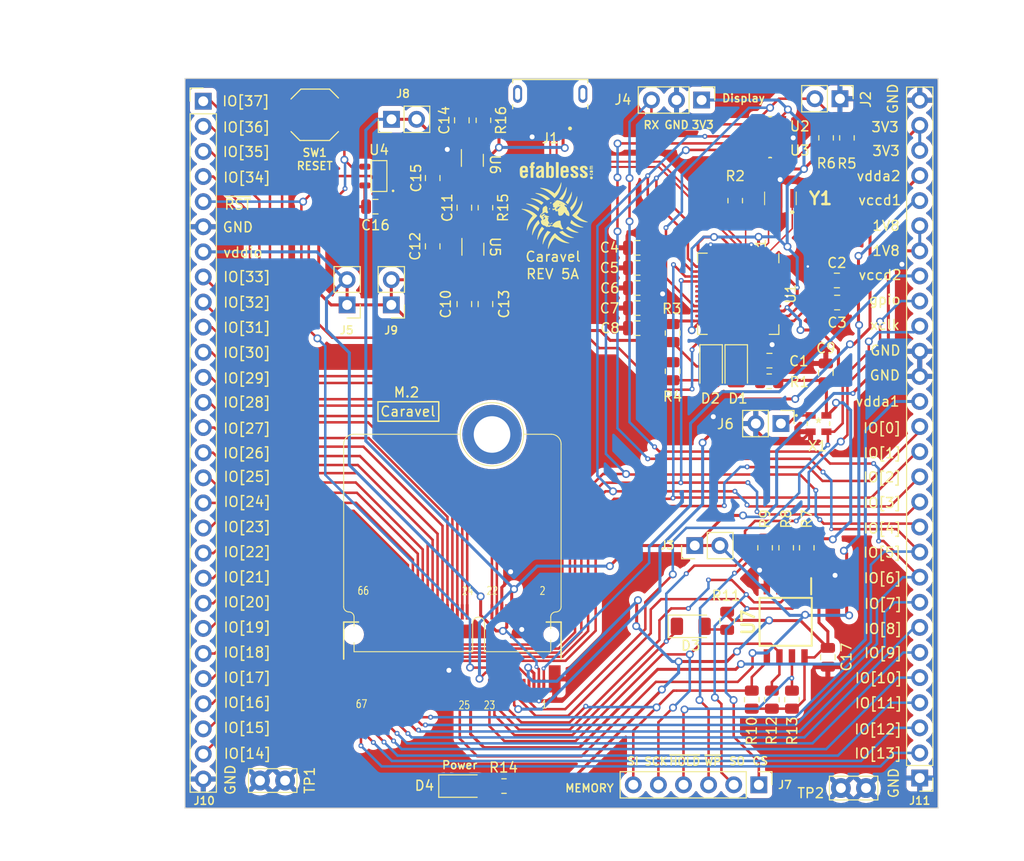
<source format=kicad_pcb>
(kicad_pcb (version 20221018) (generator pcbnew)
  (layers (0 "F.Cu" signal) (31 "B.Cu" signal) (34 "B.Paste" user) (35 "F.Paste" user) (36 "B.SilkS" user "B.Silkscreen") (37 "F.SilkS" user "F.Silkscreen") (38 "B.Mask" user) (39 "F.Mask" user) (44 "Edge.Cuts" user))
  (net 0 "")
  (net 1 "GND")
  (net 2 "Net-(U1-~{RESET})")
  (net 3 "Net-(U1-VCCCORE)")
  (net 4 "Net-(U1-VCCA)")
  (net 5 "+5V")
  (net 6 "Net-(U5-Noise)")
  (net 7 "Net-(U6-Noise)")
  (net 8 "Net-(D1-K)")
  (net 9 "Net-(D1-A)")
  (net 10 "gpio")
  (net 11 "Net-(D2-K)")
  (net 12 "FTDI_D-")
  (net 13 "FTDI_D+")
  (net 14 "Net-(D2-A)")
  (net 15 "Net-(D3-A)")
  (net 16 "UART_EN")
  (net 17 "xclk")
  (net 18 "Caravel_CSB")
  (net 19 "Caravel_D1")
  (net 20 "~{MEM_WP}")
  (net 21 "~{MEM_HOLD}")
  (net 22 "Caravel_D0")
  (net 23 "Caravel_SCK")
  (net 24 "Net-(D4-A)")
  (net 25 "~{RST}")
  (net 28 "USB_SCK_TXD")
  (net 29 "USB_SO_RXD")
  (net 30 "USB_SI")
  (net 31 "USB_CS1")
  (net 32 "Net-(J6-Pin_1)")
  (net 33 "Net-(U1-REF)")
  (net 34 "Net-(U5-Control)")
  (net 35 "Net-(U6-Control)")
  (net 36 "Net-(U1-XCSI)")
  (net 37 "Net-(U1-XCSO)")
  (net 44 "mprj_io[6]_ser_tx")
  (net 45 "mprj_io[5]_ser_rx")
  (net 46 "vdda2")
  (net 47 "vdda1")
  (net 48 "vccd2")
  (net 51 "mprj_io[13]")
  (net 52 "mprj_io[9]")
  (net 53 "mprj_io[8]")
  (net 54 "mprj_io[7]")
  (net 55 "mprj_io[33]")
  (net 56 "mprj_io[32]")
  (net 57 "mprj_io[31]")
  (net 58 "mprj_io[30]")
  (net 59 "mprj_io[28]")
  (net 60 "mprj_io[27]")
  (net 61 "mprj_io[26]")
  (net 62 "mprj_io[25]")
  (net 63 "mprj_io[24]")
  (net 64 "mprj_io[23]")
  (net 65 "mprj_io[22]")
  (net 66 "mprj_io[21]")
  (net 67 "mprj_io[29]")
  (net 68 "mprj_io[20]")
  (net 69 "mprj_io[19]")
  (net 70 "mprj_io[18]")
  (net 71 "mprj_io[17]")
  (net 72 "mprj_io[34]")
  (net 73 "mprj_io[35]")
  (net 74 "mprj_io[36]")
  (net 75 "mprj_io[37]")
  (net 77 "mprj_io[16]")
  (net 78 "mprj_io[15]")
  (net 79 "mprj_io[14]")
  (net 80 "~{MR}")
  (net 81 "mprj_io[12]")
  (net 82 "mprj_io[11]")
  (net 83 "mprj_io[10]")
  (net 84 "mprj_io[0]")
  (net 88 "vdda")
  (net 89 "vccd")
  (footprint "strive_foot_prints:FCI_10118193-0001LF" (layer "F.Cu") (at 131.98765 119.2377 180)
    (fp_text reference "J1")
    (fp_text value "USB_B_Micro - 10118193-0001LF")
  )
  (footprint "LED_SMD:LED_1206_3216Metric" (layer "F.Cu") (at 146.2042 173.1088)
    (fp_text reference "D3")
    (fp_text value "LED - 17-215SURC/S530-A2/TR8")
  )
  (footprint "Capacitor_SMD:C_0805_2012Metric" (layer "F.Cu") (at 140.8072 134.814)
    (fp_text reference "C4")
    (fp_text value "0.1uf - CC0805KRX7R9BB104")
  )
  (footprint "strive_foot_prints:SOIC127P790X216-8N" (layer "F.Cu") (at 155.8092 172.6544 -90)
    (fp_text reference "U7")
    (fp_text value "W25Q32FVSS" hide)
  )
  (footprint "strive_foot_prints:SOT65P210X110-5N" (layer "F.Cu") (at 154.2344 122.3184)
    (fp_text reference "U2")
    (fp_text value "SN74LVC1G125DCKR")
  )
  (footprint "TestPoint:TestPoint_Bridge_Pitch2.54mm_Drill1.0mm" (layer "F.Cu") (at 105.1616 188.714 180)
    (fp_text reference "TP1")
    (fp_text value "TestPoint")
  )
  (footprint "Caravel_Board:ef_logo" (layer "F.Cu") (at 132.549567 127.001401)
    (fp_text reference "T2" hide)
    (fp_text value "Logo" hide)
  )
  (footprint "Capacitor_SMD:C_0805_2012Metric" (layer "F.Cu") (at 140.8072 138.878)
    (fp_text reference "C6")
    (fp_text value "0.1uf - CC0805KRX7R9BB104")
  )
  (footprint "MicroMod-Sparkfun:MicroMod-Standoff" (layer "F.Cu") (at 126.0972 153.7)
    (fp_text reference "H1" hide)
    (fp_text value "MICROMOD-Standoff")
  )
  (footprint "Connector_PinHeader_2.54mm:PinHeader_1x02_P2.54mm_Vertical" (layer "F.Cu") (at 111.4372 140.585 180)
    (fp_text reference "J5")
    (fp_text value "Conn_01x02_Male")
  )
  (footprint "TestPoint:TestPoint_Bridge_Pitch2.54mm_Drill1.0mm" (layer "F.Cu") (at 163.9372 189.476 180)
    (fp_text reference "TP2")
    (fp_text value "TestPoint")
  )
  (footprint "Caravel_Board:PoR_5_SOT23" (layer "F.Cu") (at 114.6612 127.5508 180)
    (fp_text reference "U4")
    (fp_text value "MCP1319MT-29LE-OT")
  )
  (footprint "Resistor_SMD:R_0805_2012Metric" (layer "F.Cu") (at 125.4308 130.7512 90)
    (fp_text reference "R15")
    (fp_text value "10k")
  )
  (footprint "LED_SMD:LED_1206_3216Metric" (layer "F.Cu") (at 148.2664 146.9064 -90)
    (fp_text reference "D2")
    (fp_text value "LED - 17-215SURC/S530-A2/TR8")
  )
  (footprint "LED_SMD:LED_1206_3216Metric" (layer "F.Cu") (at 150.8064 146.9064 -90)
    (fp_text reference "D1")
    (fp_text value "LED - 17-215SURC/S530-A2/TR8")
  )
  (footprint "Connector_PinHeader_2.54mm:PinHeader_1x02_P2.54mm_Vertical" (layer "F.Cu") (at 161.3006 119.7276 -90)
    (fp_text reference "J2")
    (fp_text value "Conn_01x02_Female")
  )
  (footprint "Caravel_Board:SOT-353F" (layer "F.Cu") (at 124.1608 134.7136 -90)
    (fp_text reference "U5")
    (fp_text value "TAR5SxxU_SOT353F")
  )
  (footprint "Resistor_SMD:R_0805_2012Metric" (layer "F.Cu") (at 152.3802 180.5284 -90)
    (fp_text reference "R10")
    (fp_text value "10k - RC0805FR-0710KL")
  )
  (footprint "Capacitor_SMD:C_0805_2012Metric" (layer "F.Cu") (at 160.0764 176.2426 -90)
    (fp_text reference "C17")
    (fp_text value "0.1uf - CC0805KRX7R9BB104")
  )
  (footprint "Connector_PinHeader_2.54mm:PinHeader_1x03_P2.54mm_Vertical" (layer "F.Cu") (at 147.305 119.86 -90)
    (fp_text reference "J4")
    (fp_text value "Conn_01x03_Female")
  )
  (footprint "Connector_PinHeader_2.54mm:PinHeader_1x06_P2.54mm_Vertical" (layer "F.Cu") (at 153.0914 189.1458 -90)
    (fp_text reference "J7")
    (fp_text value "Conn_01x06_Female")
  )
  (footprint "Capacitor_SMD:C_0805_2012Metric" (layer "F.Cu") (at 114.3056 130.6496 180)
    (fp_text reference "C16")
    (fp_text value "0.1uf - CC0805KRX7R9BB104")
  )
  (footprint "Capacitor_SMD:C_0805_2012Metric" (layer "F.Cu") (at 123.2972 140.5048 90)
    (fp_text reference "C10")
    (fp_text value "1uf - CC0805KKX5R8BB105")
  )
  (footprint "Resistor_SMD:R_0805_2012Metric" (layer "F.Cu") (at 127.3104 189.2728 180)
    (fp_text reference "R14")
    (fp_text value "82 - 0805W8F820JT5E")
  )
  (footprint "Resistor_SMD:R_0805_2012Metric" (layer "F.Cu") (at 162.0068 123.69 90)
    (fp_text reference "R5")
    (fp_text value "10k")
  )
  (footprint "Resistor_SMD:R_0805_2012Metric" (layer "F.Cu") (at 157.9428 165.1614 90)
    (fp_text reference "R7")
    (fp_text value "10k - RC0805FR-0710KL")
  )
  (footprint "Resistor_SMD:R_0805_2012Metric" (layer "F.Cu") (at 149.8872 172.55 -90)
    (fp_text reference "R11")
    (fp_text value "82 - 0805W8F820JT5E")
  )
  (footprint "Resistor_SMD:R_0805_2012Metric" (layer "F.Cu") (at 159.8986 123.69 90)
    (fp_text reference "R6")
    (fp_text value "10k")
  )
  (footprint "Capacitor_SMD:C_0805_2012Metric" (layer "F.Cu") (at 140.8072 142.942)
    (fp_text reference "C8")
    (fp_text value "0.1uf - CC0805KRX7R9BB104")
  )
  (footprint "Capacitor_SMD:C_0805_2012Metric" (layer "F.Cu") (at 120.0968 134.6628 -90)
    (fp_text reference "C12")
    (fp_text value "10uf - CC0805KKX5R8BB106")
  )
  (footprint "Capacitor_SMD:C_0805_2012Metric" (layer "F.Cu") (at 125.4308 140.5048 90)
    (fp_text reference "C13")
    (fp_text value "1uf - CC0805KKX5R8BB105")
  )
  (footprint "Capacitor_SMD:C_0805_2012Metric" (layer "F.Cu") (at 140.8072 136.846)
    (fp_text reference "C5")
    (fp_text value "0.1uf - CC0805KRX7R9BB104")
  )
  (footprint "strive_foot_prints:SW4-SMD-5.2X5.2X1.5MM" (layer "F.Cu") (at 108.1588 121.3532)
    (fp_text reference "SW1")
    (fp_text value "SW_Push - SKQGADE010")
  )
  (footprint "Resistor_SMD:R_0805_2012Metric" (layer "F.Cu") (at 155.86 165.1614 90)
    (fp_text reference "R8")
    (fp_text value "10k - RC0805FR-0710KL")
  )
  (footprint "Resistor_SMD:R_0805_2012Metric" (layer "F.Cu") (at 156.4442 180.5284 -90)
    (fp_text reference "R13")
    (fp_text value "10k - RC0805FR-0710KL")
  )
  (footprint "strive_foot_prints:DSC6001JE1A-010.0000" (layer "F.Cu") (at 159.13025 152.5952)
    (fp_text reference "X1")
    (fp_text value "DSC6001_10MHZ")
  )
  (footprint "Connector_PinHeader_2.54mm:PinHeader_1x28_P2.54mm_Vertical" (layer "F.Cu") (at 96.8812 119.9816)
    (fp_text reference "J10")
    (fp_text value "Conn_01x27_Female")
  )
  (footprint "Resistor_SMD:R_0805_2012Metric" (layer "F.Cu") (at 154.1418 148.3128)
    (fp_text reference "R1")
    (fp_text value "10k - RC0805FR-0710KL")
  )
  (footprint "Capacitor_SMD:C_0805_2012Metric" (layer "F.Cu") (at 160.9908 138.1172 180)
    (fp_text reference "C2")
    (fp_text value "0.1uf - CC0805KRX7R9BB104")
  )
  (footprint "Capacitor_SMD:C_0805_2012Metric" (layer "F.Cu") (at 161.0162 140.3524 180)
    (fp_text reference "C3")
    (fp_text value "0.1uf - CC0805KRX7R9BB104")
  )
  (footprint "Resistor_SMD:R_0805_2012Metric" (layer "F.Cu") (at 144.3672 143.4392 90)
    (fp_text reference "R3")
    (fp_text value "150 - 0805W8J0151T5E")
  )
  (footprint "Resistor_SMD:R_0805_2012Metric" (layer "F.Cu") (at 144.3672 147.3 90)
    (fp_text reference "R4")
    (fp_text value "150 - 0805W8J0151T5E")
  )
  (footprint "Connector_PinHeader_2.54mm:PinHeader_1x02_P2.54mm_Vertical" (layer "F.Cu") (at 155.32525 152.5952 -90)
    (fp_text reference "J6")
    (fp_text value "Conn_01x02_Male")
  )
  (footprint "Connector_PinHeader_2.54mm:PinHeader_1x02_P2.54mm_Vertical" (layer "F.Cu") (at 146.6094 164.9396 90)
    (fp_text reference "J3")
    (fp_text value "Conn_01x02_Male")
  )
  (footprint "Package_DFN_QFN:QFN-48-1EP_8x8mm_P0.5mm_EP6.2x6.2mm" (layer "F.Cu") (at 151.0086 139.4634 -90)
    (fp_text reference "U1")
    (fp_text value "FT232H")
  )
  (footprint "Capacitor_SMD:C_0805_2012Metric" (layer "F.Cu") (at 123.2972 130.7512 90)
    (fp_text reference "C11")
    (fp_text value "0.01uf - CC0805KRX7R9BB103")
  )
  (footprint "Capacitor_SMD:C_0805_2012Metric" (layer "F.Cu") (at 159.8732 147.4644 -90)
    (fp_text reference "C9")
    (fp_text value "0.1uf - CC0805KRX7R9BB104")
  )
  (footprint "Connector_PinHeader_2.54mm:PinHeader_1x28_P2.54mm_Vertical" (layer "F.Cu") (at 169.3728 188.46 180)
    (fp_text reference "J11")
    (fp_text value "Conn_01x20_Female")
  )
  (footprint "strive_foot_prints:SOT65P210X110-5N" (layer "F.Cu") (at 154.2344 124.9092 180)
    (fp_text reference "U3")
    (fp_text value "SN74LVC1G125DCKR")
  )
  (footprint "Capacitor_SMD:C_0805_2012Metric" (layer "F.Cu") (at 123.0432 121.912 90)
    (fp_text reference "C14")
    (fp_text value "0.01uf - CC0805KRX7R9BB103")
  )
  (footprint "Capacitor_SMD:C_0805_2012Metric" (layer "F.Cu") (at 154.1672 146.23 180)
    (fp_text reference "C1")
    (fp_text value "0.01uf - CC0805JRX7R9BB103")
  )
  (footprint "LED_SMD:LED_1206_3216Metric" (layer "F.Cu") (at 122.9924 189.2728)
    (fp_text reference "D4")
    (fp_text value "LED - 17-215SURC/S530-A2/TR8")
  )
  (footprint "Connector_PinHeader_2.54mm:PinHeader_1x02_P2.54mm_Vertical" (layer "F.Cu") (at 115.9262 121.8104 90)
    (fp_text reference "J8")
    (fp_text value "Conn_01x02_Male")
  )
  (footprint "Caravel_Board:SOT-353F" (layer "F.Cu") (at 124.11 125.722 -90)
    (fp_text reference "U6")
    (fp_text value "TAR5SxxU_SOT353F")
  )
  (footprint "MicroMod-Sparkfun:M.2-CONNECTOR-E" (layer "F.Cu") (at 122.0875 173.9275)
    (fp_text reference "U8" hide)
    (fp_text value "caravel-M.2-card" hide)
  )
  (footprint "strive_foot_prints:CSTNE12M0GH5L000R0" (layer "F.Cu") (at 155.2758 129.8114)
    (fp_text reference "Y1")
    (fp_text value "CSTNE12M0GH5L000R0" hide)
  )
  (footprint "Resistor_SMD:R_0805_2012Metric" (layer "F.Cu") (at 153.7264 165.1614 90)
    (fp_text reference "R9")
    (fp_text value "10k - RC0805FR-0710KL")
  )
  (footprint "Connector_PinHeader_2.54mm:PinHeader_1x02_P2.54mm_Vertical" (layer "F.Cu") (at 115.9076 140.585 180)
    (fp_text reference "J9")
    (fp_text value "Conn_01x02_Male")
  )
  (footprint "Capacitor_SMD:C_0805_2012Metric" (layer "F.Cu") (at 140.8072 140.91)
    (fp_text reference "C7")
    (fp_text value "0.1uf - CC0805KRX7R9BB104")
  )
  (footprint "Resistor_SMD:R_0805_2012Metric" (layer "F.Cu") (at 154.4122 180.5284 -90)
    (fp_text reference "R12")
    (fp_text value "10k - RC0805FR-0710KL")
  )
  (footprint "Caravel_Board:logo" (layer "F.Cu") (at 132.399169 131.558134)
    (fp_text reference "T1" hide)
    (fp_text value "Logo" hide)
  )
  (footprint "Capacitor_SMD:C_0805_2012Metric" (layer "F.Cu") (at 120.0968 127.754 90)
    (fp_text reference "C15")
    (fp_text value "10uf - CC0805KKX5R8BB106")
  )
  (footprint "Resistor_SMD:R_0805_2012Metric" (layer "F.Cu") (at 150.7038 130.04 -90)
    (fp_text reference "R2")
    (fp_text value "12K 1% - 0805W8F1202T5E")
  )
  (footprint "Resistor_SMD:R_0805_2012Metric" (layer "F.Cu") (at 125.2276 121.912 90)
    (fp_text reference "R16")
    (fp_text value "10k")
  )
  (gr_rect (start 114.5572 150.39) (end 120.7072 152.36) (stroke (width 0.15)) (fill none) (layer "F.SilkS"))
  (gr_rect (start 95.0272 117.676) (end 171.2272 191.508) (stroke (width 0.1)) (fill none) (layer "Edge.Cuts"))
  (gr_text "xclk" (at 165.8422 142.613) (layer "F.SilkS") (effects (font (size 1 1))))
  (gr_text "vdda1" (at 165.1056 150.36) (layer "F.SilkS") (effects (font (size 1 1))))
  (gr_text "IO[19]" (at 101.3262 173.22) (layer "F.SilkS") (effects (font (size 1 1))))
  (gr_text "CS" (at 153.2372 186.74) (layer "F.SilkS") (effects (font (size 0.8 0.8))))
  (gr_text "SO" (at 150.8872 186.7582) (layer "F.SilkS") (effects (font (size 0.8 0.8))))
  (gr_text "IO[5]" (at 165.5628 165.6508) (layer "F.SilkS") (effects (font (size 1 1))))
  (gr_text "IO[26]" (at 101.3008 155.5924) (layer "F.SilkS") (effects (font (size 1 1))))
  (gr_text "M.2" (at 117.4472 149.44) (layer "F.SilkS") (effects (font (size 1 1))))
  (gr_text "IO[34]" (at 101.3008 127.7032) (layer "F.SilkS") (effects (font (size 1 1))))
  (gr_text "IO[7]" (at 165.6644 170.8324) (layer "F.SilkS") (effects (font (size 1 1))))
  (gr_text "IO[2]" (at 165.5628 158.0308) (layer "F.SilkS") (effects (font (size 1 1))))
  (gr_text "IO[0]" (at 165.5628 153.0524) (layer "F.SilkS") (effects (font (size 1 1))))
  (gr_text "gpio" (at 165.8422 140.0476) (layer "F.SilkS") (effects (font (size 1 1))))
  (gr_text "IO[23]" (at 101.3262 163.06) (layer "F.SilkS") (effects (font (size 1 1))))
  (gr_text "IO[4]" (at 165.5882 163.2124) (layer "F.SilkS") (effects (font (size 1 1))))
  (gr_text "SCK" (at 142.6872 186.78) (layer "F.SilkS") (effects (font (size 0.8 0.8))))
  (gr_text "IO[13]" (at 165.1564 185.9708) (layer "F.SilkS") (effects (font (size 1 1))))
  (gr_text "Caravel" (at 132.2772 135.71) (layer "F.SilkS") (effects (font (size 1 1))))
  (gr_text "vdda2" (at 165.2072 127.5508) (layer "F.SilkS") (effects (font (size 1 1))))
  (gr_text "IO[33]" (at 101.3008 137.7616) (layer "F.SilkS") (effects (font (size 1 1))))
  (gr_text "GND" (at 166.655 119.7276 90) (layer "F.SilkS") (effects (font (size 1 1))))
  (gr_text "IO[37]" (at 101.1992 119.9816) (layer "F.SilkS") (effects (font (size 1 1))))
  (gr_text "IO[20]" (at 101.3262 170.68) (layer "F.SilkS") (effects (font (size 1 1))))
  (gr_text "1\n" (at 153.2946 134.3834 90) (layer "F.SilkS") (effects (font (size 1 1))))
  (gr_text "GND" (at 144.77 122.38) (layer "F.SilkS") (effects (font (size 0.8 0.8))))
  (gr_text "3V3" (at 165.8676 122.5978) (layer "F.SilkS") (effects (font (size 1 1))))
  (gr_text "IO[10]" (at 165.2072 178.3508) (layer "F.SilkS") (effects (font (size 1 1))))
  (gr_text "IO[32]" (at 101.3008 140.3524) (layer "F.SilkS") (effects (font (size 1 1))))
  (gr_text "GND" (at 100.3864 132.7324) (layer "F.SilkS") (effects (font (size 1 1))))
  (gr_text "IO[8]" (at 165.6644 173.3724) (layer "F.SilkS") (effects (font (size 1 1))))
  (gr_text "IO[18]" (at 101.3262 175.76) (layer "F.SilkS") (effects (font (size 1 1))))
  (gr_text "~{WP}" (at 148.4272 186.8) (layer "F.SilkS") (effects (font (size 0.8 0.8))))
  (gr_text "IO[35]" (at 101.25 125.1124) (layer "F.SilkS") (effects (font (size 1 1))))
  (gr_text "1V8" (at 165.9692 135.12) (layer "F.SilkS") (effects (font (size 1 1))))
  (gr_text "IO[24]" (at 101.3262 160.52) (layer "F.SilkS") (effects (font (size 1 1))))
  (gr_text "MEMORY" (at 135.9572 189.49) (layer "F.SilkS") (effects (font (size 0.8 0.8))))
  (gr_text "GND" (at 99.6244 188.6378 90) (layer "F.SilkS") (effects (font (size 1 1))))
  (gr_text "3V3" (at 147.42 122.37) (layer "F.SilkS") (effects (font (size 0.8 0.8))))
  (gr_text "IO[1]" (at 165.5882 155.5924) (layer "F.SilkS") (effects (font (size 1 1))))
  (gr_text "IO[6]" (at 165.6136 168.2416) (layer "F.SilkS") (effects (font (size 1 1))))
  (gr_text "IO[29]" (at 101.3008 148.0232) (layer "F.SilkS") (effects (font (size 1 1))))
  (gr_text "IO[22]" (at 101.3262 165.6) (layer "F.SilkS") (effects (font (size 1 1))))
  (gr_text "Caravel" (at 117.5872 151.37) (layer "F.SilkS") (effects (font (size 1 1))))
  (gr_text "Power" (at 122.8272 187.15) (layer "F.SilkS") (effects (font (size 0.8 0.8))))
  (gr_text "GND" (at 165.8422 147.7184) (layer "F.SilkS") (effects (font (size 1 1))))
  (gr_text "IO[12]" (at 165.1564 183.5324) (layer "F.SilkS") (effects (font (size 1 1))))
  (gr_text "IO[11]" (at 165.2072 180.8908) (layer "F.SilkS") (effects (font (size 1 1))))
  (gr_text "IO[30]" (at 101.3008 145.4324) (layer "F.SilkS") (effects (font (size 1 1))))
  (gr_text "RX" (at 142.22 122.39) (layer "F.SilkS") (effects (font (size 0.8 0.8))))
  (gr_text "IO[27]" (at 101.3008 153.1032) (layer "F.SilkS") (effects (font (size 1 1))))
  (gr_text "~{RST}" (at 100.3864 130.4464) (layer "F.SilkS") (effects (font (size 1 1))))
  (gr_text "IO[9]" (at 165.6644 175.8108) (layer "F.SilkS") (effects (font (size 1 1))))
  (gr_text "REV 5A" (at 132.2272 137.47) (layer "F.SilkS") (effects (font (size 1 1))))
  (gr_text "IO[25]" (at 101.3262 157.98) (layer "F.SilkS") (effects (font (size 1 1))))
  (gr_text "IO[17]" (at 101.3262 178.3) (layer "F.SilkS") (effects (font (size 1 1))))
  (gr_text "IO[21]" (at 101.3262 168.14) (layer "F.SilkS") (effects (font (size 1 1))))
  (gr_text "IO[31]" (at 101.3008 142.8924) (layer "F.SilkS") (effects (font (size 1 1))))
  (gr_text "IO[36]" (at 101.25 122.6232) (layer "F.SilkS") (effects (font (size 1 1))))
  (gr_text "1V8" (at 165.9692 132.58) (layer "F.SilkS") (effects (font (size 1 1))))
  (gr_text "GND" (at 166.7312 188.968 90) (layer "F.SilkS") (effects (font (size 1 1))))
  (gr_text "SI" (at 140.366 186.7582) (layer "F.SilkS") (effects (font (size 0.8 0.8))))
  (gr_text "IO[14]" (at 101.3516 185.9962) (layer "F.SilkS") (effects (font (size 1 1))))
  (gr_text "GND" (at 165.893 145.2038) (layer "F.SilkS") (effects (font (size 1 1))))
  (gr_text "IO[15]" (at 101.3262 183.38) (layer "F.SilkS") (effects (font (size 1 1))))
  (gr_text "vddio" (at 100.8944 135.2724) (layer "F.SilkS") (effects (font (size 1 1))))
  (gr_text "Display\n" (at 151.542 119.6768) (layer "F.SilkS") (effects (font (size 0.8 0.8))))
  (gr_text "IO[3]" (at 165.5882 160.6216) (layer "F.SilkS") (effects (font (size 1 1))))
  (gr_text "~{HOLD}" (at 145.5972 186.79) (layer "F.SilkS") (effects (font (size 0.8 0.8) (thickness 0.15) bold)))
  (gr_text "vccd2" (at 165.3596 137.5584) (layer "F.SilkS") (effects (font (size 1 1))))
  (gr_text "IO[16]" (at 101.3262 180.84) (layer "F.SilkS") (effects (font (size 1 1))))
  (gr_text "vccd1" (at 165.3342 129.9892) (layer "F.SilkS") (effects (font (size 1 1))))
  (gr_text "RESET" (at 108.1572 126.53) (layer "F.SilkS") (effects (font (size 0.8 0.8))))
  (gr_text "IO[28]" (at 101.3008 150.4616) (layer "F.SilkS") (effects (font (size 1 1))))
  (gr_text "3V3" (at 165.9692 125.0108) (layer "F.SilkS") (effects (font (size 1 1))))
  (segment (start 139.8572 136.846) (end 139.8572 138.878) (width 0.3048) (layer "F.Cu") (net 1))
  (segment (start 157.83485 153.916) (end 157.65085 154.1) (width 0.3048) (layer "F.Cu") (net 1))
  (segment (start 139.8572 138.878) (end 139.8572 140.91) (width 0.3048) (layer "F.Cu") (net 1))
  (segment (start 124.1608 133.7636) (end 124.1608 134.4176) (width 0.3048) (layer "F.Cu") (net 1))
  (segment (start 153.9042 169.0544) (end 153.9042 168.1654) (width 0.254) (layer "F.Cu") (net 1))
  (segment (start 127.9772 167.59) (end 127.9772 168.2828) (width 0.3048) (layer "F.Cu") (net 1))
  (segment (start 153.7586 143.3384) (end 153.7586 143.9314) (width 0.254) (layer "F.Cu") (net 1))
  (segment (start 146.2106 141.2134) (end 144.4772 139.48) (width 0.254) (layer "F.Cu") (net 1))
  (segment (start 132.4375 180.0565) (end 131.844 180.65) (width 0.254) (layer "F.Cu") (net 1))
  (segment (start 154.8836 137.2134) (end 154.8836 136.7134) (width 0.254) (layer "F.Cu") (net 1))
  (segment (start 139.8572 142.942) (end 139.8572 140.91) (width 0.3048) (layer "F.Cu") (net 1))
  (segment (start 152.332382 134.5104) (end 152.2586 134.584182) (width 0.1524) (layer "F.Cu") (net 1))
  (segment (start 144.4772 139.48) (end 143.3672 139.48) (width 0.254) (layer "F.Cu") (net 1))
  (segment (start 148.2146 134.5104) (end 148.9766 134.5104) (width 0.254) (layer "F.Cu") (net 1))
  (segment (start 143.3672 139.48) (end 143.3572 139.47) (width 0.254) (layer "F.Cu") (net 1))
  (segment (start 153.2586 143.3384) (end 153.7586 143.3384) (width 0.254) (layer "F.Cu") (net 1))
  (segment (start 128.5875 172.9103) (end 128.5875 171.6525) (width 0.254) (layer "F.Cu") (net 1))
  (segment (start 149.7586 135.5884) (end 149.2586 135.5884) (width 0.254) (layer "F.Cu") (net 1))
  (segment (start 154.0312 122.9788) (end 154.6408 122.3692) (width 0.254) (layer "F.Cu") (net 1))
  (segment (start 157.65085 154.1) (end 153.63 154.1) (width 0.3048) (layer "F.Cu") (net 1))
  (segment (start 153.9042 168.1654) (end 153.1676 167.4288) (width 0.254) (layer "F.Cu") (net 1))
  (segment (start 131.844 180.65) (end 130.8372 180.65) (width 0.254) (layer "F.Cu") (net 1))
  (segment (start 154.8836 140.2134) (end 154.8836 139.7134) (width 0.254) (layer "F.Cu") (net 1))
  (segment (start 154.8836 139.7134) (end 155.9576 139.7134) (width 0.254) (layer "F.Cu") (net 1))
  (segment (start 123.9664 134.612) (end 120.996 134.612) (width 0.3048) (layer "F.Cu") (net 1))
  (segment (start 124.1608 134.4176) (end 123.9664 134.612) (width 0.3048) (layer "F.Cu") (net 1))
  (segment (start 156.5712 123.0804) (end 156.5712 123.69) (width 0.254) (layer "F.Cu") (net 1))
  (segment (start 139.8572 134.814) (end 139.8572 136.846) (width 0.3048) (layer "F.Cu") (net 1))
  (segment (start 130.68765 121.9127) (end 130.68765 123.05595) (width 0.254) (layer "F.Cu") (net 1))
  (segment (start 124.11 124.772) (end 124.11 122.0288) (width 0.254) (layer "F.Cu") (net 1))
  (segment (start 132.4375 178.4275) (end 132.4375 180.0565) (width 0.254) (layer "F.Cu") (net 1))
  (segment (start 129.1072 173.43) (end 128.5875 172.9103) (width 0.3048) (layer "F.Cu") (net 1))
  (segment (start 122.3375 179.2025) (end 122.3375 178.1603) (width 0.254) (layer "F.Cu") (net 1))
  (segment (start 124.11 122.0288) (end 123.0432 120.962) (width 0.254) (layer "F.Cu") (net 1))
  (segment (start 148.7586 135.5884) (end 149.2586 135.5884) (width 0.254) (layer "F.Cu") (net 1))
  (segment (start 153.193 122.9788) (end 154.0312 122.9788) (width 0.254) (layer "F.Cu") (net 1))
  (segment (start 155.2758 124.2488) (end 156.0124 124.2488) (width 0.254) (layer "F.Cu") (net 1))
  (segment (start 155.9576 139.7134) (end 155.9616 139.7174) (width 0.254) (layer "F.Cu") (net 1))
  (segment (start 147.1336 141.2134) (end 147.1336 141.7134) (width 0.254) (layer "F.Cu") (net 1))
  (segment (start 130.68765 123.05595) (end 130.1552 123.5884) (width 0.254) (layer "F.Cu") (net 1))
  (segment (start 127.9772 168.2828) (end 127.0875 169.1725) (width 0.3048) (layer "F.Cu") (net 1))
  (segment (start 147.1336 141.2134) (end 146.2106 141.2134) (width 0.254) (layer "F.Cu") (net 1))
  (segment (start 149.2586 134.7924) (end 149.2586 135.5884) (width 0.254) (layer "F.Cu") (net 1))
  (segment (start 158.33015 153.4207) (end 157.83485 153.916) (width 0.254) (layer "F.Cu") (net 1))
  (segment (start 154.6408 122.3692) (end 155.86 122.3692) (width 0.254) (layer "F.Cu") (net 1))
  (segment (start 153.63 154.1) (end 152.78525 153.25525) (width 0.3048) (layer "F.Cu") (net 1))
  (segment (start 155.2758 129.8114) (end 155.2758 127.9318) (width 0.254) (layer "F.Cu") (net 1))
  (segment (start 155.86 122.3692) (end 156.5712 123.0804) (width 0.254) (layer "F.Cu") (net 1))
  (segment (start 158.05 136.7) (end 158.0366 136.7134) (width 0.254) (layer "F.Cu") (net 1))
  (segment (start 155.2758 127.9318) (end 155.2504 127.9064) (width 0.254) (layer "F.Cu") (net 1))
  (segment (start 156.0124 124.2488) (end 156.5712 123.69) (width 0.254) (layer "F.Cu") (net 1))
  (segment (start 161.9408 140.1492) (end 161.9408 138.1172) (width 0.254) (layer "F.Cu") (net 1))
  (segment (start 152.78525 153.25525) (end 152.78525 152.5952) (width 0.3048) (layer "F.Cu") (net 1))
  (segment (start 127.0875 169.1725) (end 127.0875 171.6525) (width 0.3048) (layer "F.Cu") (net 1))
  (segment (start 153.7586 143.9314) (end 154.4372 144.61) (width 0.254) (layer "F.Cu") (net 1))
  (segment (start 122.3375 178.1603) (end 121.7372 177.56) (width 0.254) (layer "F.Cu") (net 1))
  (segment (start 158.0366 136.7134) (end 154.5026 136.7134) (width 0.254) (layer "F.Cu") (net 1))
  (segment (start 148.9766 134.5104) (end 149.2586 134.7924) (width 0.254) (layer "F.Cu") (net 1))
  (segment (start 152.2586 134.584182) (end 152.2586 135.5884) (width 0.1524) (layer "F.Cu") (net 1))
  (segment (start 120.996 134.612) (end 120.0968 133.7128) (width 0.3048) (layer "F.Cu") (net 1))
  (via (at 167.57 136.48) (size 0.8) (drill 0.5) (layers "F.Cu" "B.Cu") (net 1))
  (via (at 160.8072 167.95) (size 0.8) (drill 0.5) (layers "F.Cu" "B.Cu") (net 1))
  (via (at 148.4872 151.9) (size 0.8) (drill 0.5) (layers "F.Cu" "B.Cu") (net 1))
  (via (at 154.4372 144.61) (size 0.8) (drill 0.5) (layers "F.Cu" "B.Cu") (net 1))
  (via (at 156.5712 123.69) (size 0.8) (drill 0.5) (layers "F.Cu" "B.Cu") (net 1))
  (via (at 143.3572 139.47) (size 0.8) (drill 0.5) (layers "F.Cu" "B.Cu") (net 1))
  (via (at 148.2146 134.5104) (size 0.5) (drill 0.25) (layers "F.Cu" "B.Cu") (net 1))
  (via (at 153.1676 167.4288) (size 0.8) (drill 0.5) (layers "F.Cu" "B.Cu") (net 1))
  (via (at 129.1072 173.43) (size 0.8) (drill 0.5) (layers "F.Cu" "B.Cu") (net 1))
  (via (at 158.05 136.7) (size 0.5) (drill 0.25) (layers "F.Cu" "B.Cu") (net 1))
  (via (at 155.9616 139.7174) (size 0.5) (drill 0.25) (layers "F.Cu" "B.Cu") (net 1))
  (via (at 130.8372 180.65) (size 0.5) (drill 0.25) (layers "F.Cu" "B.Cu") (net 1))
  (via (at 121.7372 177.56) (size 0.8) (drill 0.5) (layers "F.Cu" "B.Cu") (net 1))
  (via (at 127.9772 167.59) (size 0.8) (drill 0.5) (layers "F.Cu" "B.Cu") (net 1))
  (via (at 155.2504 127.9064) (size 0.8) (drill 0.5) (layers "F.Cu" "B.Cu") (net 1))
  (via (at 152.332382 134.5104) (size 0.5) (drill 0.25) (layers "F.Cu" "B.Cu") (net 1))
  (via (at 130.1552 123.5884) (size 0.8) (drill 0.5) (layers "F.Cu" "B.Cu") (net 1))
  (via (at 121.57 124.8584) (size 0.8) (drill 0.5) (layers "F.Cu" "B.Cu") (net 1))
  (segment (start 157.2026 139.7174) (end 155.9616 139.7174) (width 0.3048) (layer "B.Cu") (net 1))
  (segment (start 158.08 136.73) (end 158.08 138.84) (width 0.3048) (layer "B.Cu") (net 1))
  (segment (start 152.332382 134.5104) (end 148.433888 134.5104) (width 0.3048) (layer "B.Cu") (net 1))
  (segment (start 129.1472 173.47) (end 129.1072 173.43) (width 0.254) (layer "B.Cu") (net 1))
  (segment (start 129.3772 173.47) (end 129.1472 173.47) (width 0.254) (layer "B.Cu") (net 1))
  (segment (start 148.433888 134.5104) (end 148.324244 134.620044) (width 0.254) (layer "B.Cu") (net 1))
  (segment (start 169.3728 147.9724) (end 169.3728 147.9216) (width 0.254) (layer "B.Cu") (net 1))
  (segment (start 158.05 136.7) (end 158.08 136.73) (width 0.3048) (layer "B.Cu") (net 1))
  (segment (start 148.324244 134.620044) (end 148.2146 134.5104) (width 0.1524) (layer "B.Cu") (net 1))
  (segment (start 158.08 138.84) (end 157.2026 139.7174) (width 0.3048) (layer "B.Cu") (net 1))
  (segment (start 153.2293 148.3128) (end 153.2293 146.2421) (width 0.254) (layer "F.Cu") (net 2))
  (segment (start 152.7586 143.3384) (end 152.7586 144.7114) (width 0.254) (layer "F.Cu") (net 2))
  (segment (start 153.2172 145.17) (end 153.2172 146.23) (width 0.254) (layer "F.Cu") (net 2))
  (segment (start 152.7586 144.7114) (end 153.2172 145.17) (width 0.254) (layer "F.Cu") (net 2))
  (segment (start 159.7208 138.1172) (end 160.0408 138.1172) (width 0.254) (layer "F.Cu") (net 3))
  (segment (start 154.5026 141.7134) (end 156.1246 141.7134) (width 0.254) (layer "F.Cu") (net 3))
  (segment (start 156.1246 141.7134) (end 159.7208 138.1172) (width 0.254) (layer "F.Cu") (net 3))
  (segment (start 158.5016 140.3524) (end 159.8376 140.3524) (width 0.254) (layer "F.Cu") (net 4))
  (segment (start 156.6406 142.2134) (end 158.5016 140.3524) (width 0.254) (layer "F.Cu") (net 4))
  (segment (start 154.5026 142.2134) (end 156.6406 142.2134) (width 0.254) (layer "F.Cu") (net 4))
  (segment (start 126.7768 124.6552) (end 124.76 126.672) (width 0.3048) (layer "F.Cu") (net 5))
  (segment (start 124.8108 135.6636) (end 124.82 135.6728) (width 0.3048) (layer "F.Cu") (net 5))
  (segment (start 126.8024 124.6552) (end 126.8024 122.0644) (width 0.3048) (layer "F.Cu") (net 5))
  (segment (start 133.28765 124.53645) (end 133.28765 121.9127) (width 0.3048) (layer "F.Cu") (net 5))
  (segment (start 125.9407 129.8387) (end 127.158 131.056) (width 0.3048) (layer "F.Cu") (net 5))
  (segment (start 127.158 138.2188) (end 125.822 139.5548) (width 0.3048) (layer "F.Cu") (net 5))
  (segment (start 125.7375 120.9995) (end 125.2276 120.9995) (width 0.254) (layer "F.Cu") (net 5))
  (segment (start 124.82 135.6728) (end 124.82 138.944) (width 0.3048) (layer "F.Cu") (net 5))
  (segment (start 125.4308 139.5548) (end 123.2972 139.5548) (width 0.3048) (layer "F.Cu") (net 5))
  (segment (start 126.8024 122.0644) (end 125.7375 120.9995) (width 0.3048) (layer "F.Cu") (net 5))
  (segment (start 124.76 126.672) (end 124.9228 126.8348) (width 0.254) (layer "F.Cu") (net 5))
  (segment (start 124.9228 129.3307) (end 125.4308 129.8387) (width 0.3048) (layer "F.Cu") (net 5))
  (segment (start 126.8024 124.6552) (end 126.7768 124.6552) (width 0.254) (layer "F.Cu") (net 5))
  (segment (start 124.9228 126.8348) (end 124.9228 129.3307) (width 0.3048) (layer "F.Cu") (net 5))
  (segment (start 124.82 138.944) (end 125.4308 139.5548) (width 0.3048) (layer "F.Cu") (net 5))
  (segment (start 124.9228 139.0468) (end 125.4308 139.5548) (width 0.254) (layer "F.Cu") (net 5))
  (segment (start 125.822 139.5548) (end 125.4308 139.5548) (width 0.254) (layer "F.Cu") (net 5))
  (segment (start 125.4308 129.8387) (end 125.9407 129.8387) (width 0.254) (layer "F.Cu") (net 5))
  (segment (start 133.4572 124.706) (end 133.28765 124.53645) (width 0.254) (layer "F.Cu") (net 5))
  (segment (start 127.158 131.056) (end 127.158 138.2188) (width 0.3048) (layer "F.Cu") (net 5))
  (via (at 126.8024 124.6552) (size 0.8) (drill 0.5) (layers "F.Cu" "B.Cu") (net 5))
  (via (at 133.4572 124.706) (size 0.8) (drill 0.5) (layers "F.Cu" "B.Cu") (net 5))
  (segment (start 133.4064 124.6552) (end 133.4572 124.706) (width 0.254) (layer "B.Cu") (net 5))
  (segment (start 126.8024 124.6552) (end 133.4064 124.6552) (width 0.3048) (layer "B.Cu") (net 5))
  (segment (start 123.5108 133.7636) (end 123.5108 131.9148) (width 0.254) (layer "F.Cu") (net 6))
  (segment (start 123.5108 131.9148) (end 123.2972 131.7012) (width 0.254) (layer "F.Cu") (net 6))
  (segment (start 123.46 124.772) (end 123.46 123.2788) (width 0.254) (layer "F.Cu") (net 7))
  (segment (start 123.46 123.2788) (end 123.0432 122.862) (width 0.254) (layer "F.Cu") (net 7))
  (segment (start 149.2586 143.3384) (end 149.2586 144.2114) (width 0.254) (layer "F.Cu") (net 8))
  (segment (start 149.2586 144.2114) (end 150.4672 145.42) (width 0.254) (layer "F.Cu") (net 8))
  (segment (start 150.8064 148.3064) (end 149.31 146.81) (width 0.254) (layer "F.Cu") (net 9))
  (segment (start 149.31 146.81) (end 146.7972 146.81) (width 0.254) (layer "F.Cu") (net 9))
  (segment (start 146.6896 146.7024) (end 144.3001 144.3129) (width 0.254) (layer "F.Cu") (net 9))
  (segment (start 146.7972 146.81) (end 146.6272 146.64) (width 0.254) (layer "F.Cu") (net 9))
  (segment (start 142.9372 175.42) (end 142.9272 175.42) (width 0.254) (layer "F.Cu") (net 10))
  (segment (start 162.0576 148.5824) (end 165.3596 145.2804) (width 0.254) (layer "F.Cu") (net 10))
  (segment (start 151.6944 166.0064) (end 151.6944 165.1428) (width 0.254) (layer "F.Cu") (net 10))
  (segment (start 143.7272 174.63) (end 142.9372 175.42) (width 0.254) (layer "F.Cu") (net 10))
  (segment (start 128.3672 184.12) (end 126.3375 182.0903) (width 0.254) (layer "F.Cu") (net 10))
  (segment (start 151.6944 163.4664) (end 152.6088 162.552) (width 0.254) (layer "F.Cu") (net 10))
  (segment (start 146.5636 166.9716) (end 150.7292 166.9716) (width 0.254) (layer "F.Cu") (net 10))
  (segment (start 126.3375 182.0903) (end 126.3375 179.2025) (width 0.254) (layer "F.Cu") (net 10))
  (segment (start 134.2272 184.12) (end 128.3672 184.12) (width 0.254) (layer "F.Cu") (net 10))
  (segment (start 152.7104 162.4504) (end 156.876 162.4504) (width 0.254) (layer "F.Cu") (net 10))
  (segment (start 143.7272 174.63) (end 144.8042 173.553) (width 0.254) (layer "F.Cu") (net 10))
  (segment (start 152.6088 162.552) (end 152.7104 162.4504) (width 0.254) (layer "F.Cu") (net 10))
  (segment (start 161.3872 154.42) (end 162.0576 153.7496) (width 0.254) (layer "F.Cu") (net 10))
  (segment (start 144.8042 173.553) (end 144.8042 173.1088) (width 0.254) (layer "F.Cu") (net 10))
  (segment (start 151.6944 165.1428) (end 151.6944 163.4664) (width 0.254) (layer "F.Cu") (net 10))
  (segment (start 150.7292 166.9716) (end 151.6944 166.0064) (width 0.254) (layer "F.Cu") (net 10))
  (segment (start 165.3596 145.2804) (end 165.3596 142.2828) (width 0.254) (layer "F.Cu") (net 10))
  (segment (start 142.9272 175.42) (end 134.2272 184.12) (width 0.254) (layer "F.Cu") (net 10))
  (segment (start 145.7508 167.7844) (end 146.5636 166.9716) (width 0.254) (layer "F.Cu") (net 10))
  (segment (start 162.0576 153.7496) (end 162.0576 148.5824) (width 0.254) (layer "F.Cu") (net 10))
  (via (at 161.3872 154.42) (size 0.8) (drill 0.5) (layers "F.Cu" "B.Cu") (net 10))
  (via (at 145.7508 167.7844) (size 0.5) (drill 0.25) (layers "F.Cu" "B.Cu") (net 10))
  (via (at 143.7272 174.63) (size 0.5) (drill 0.25) (layers "F.Cu" "B.Cu") (net 10))
  (via (at 156.876 162.4504) (size 0.5) (drill 0.25) (layers "F.Cu" "B.Cu") (net 10))
  (via (at 165.3596 142.2828) (size 0.8) (drill 0.5) (layers "F.Cu" "B.Cu") (net 10))
  (segment (start 161.2488 154.42) (end 158.146 157.5228) (width 0.254) (layer "B.Cu") (net 10))
  (segment (start 158.146 157.5228) (end 158.146 161.1804) (width 0.254) (layer "B.Cu") (net 10))
  (segment (start 158.146 161.1804) (end 156.876 162.4504) (width 0.254) (layer "B.Cu") (net 10))
  (segment (start 143.7272 174.63) (end 143.7272 169.808) (width 0.254) (layer "B.Cu") (net 10))
  (segment (start 161.3872 154.42) (end 161.2488 154.42) (width 0.254) (layer "B.Cu") (net 10))
  (segment (start 167.4424 140.2) (end 169.3728 140.2) (width 0.254) (layer "B.Cu") (net 10))
  (segment (start 165.3596 142.2828) (end 167.4424 140.2) (width 0.254) (layer "B.Cu") (net 10))
  (segment (start 143.7272 169.808) (end 145.7508 167.7844) (width 0.254) (layer "B.Cu") (net 10))
  (segment (start 148.7586 145.0142) (end 148.2664 145.5064) (width 0.254) (layer "F.Cu") (net 11))
  (segment (start 148.7586 143.3384) (end 148.7586 145.0142) (width 0.254) (layer "F.Cu") (net 11))
  (segment (start 151.2586 135.5884) (end 151.2626 135.5844) (width 0.2) (layer "F.Cu") (net 12))
  (segment (start 132.63765 125.56285) (end 132.63765 121.9127) (width 0.2) (layer "F.Cu") (net 12))
  (segment (start 151.2626 135.5844) (end 151.2626 134.2684) (width 0.2) (layer "F.Cu") (net 12))
  (segment (start 133.1748 126.1) (end 132.63765 125.56285) (width 0.2) (layer "F.Cu") (net 12))
  (segment (start 151.2626 134.2684) (end 143.0942 126.1) (width 0.2) (layer "F.Cu") (net 12))
  (segment (start 143.0942 126.1) (end 133.1748 126.1) (width 0.2) (layer "F.Cu") (net 12))
  (segment (start 150.7586 134.4008) (end 142.9878 126.63) (width 0.2) (layer "F.Cu") (net 13))
  (segment (start 142.9878 126.63) (end 133.031 126.63) (width 0.2) (layer "F.Cu") (net 13))
  (segment (start 131.98765 125.58665) (end 131.98765 121.9127) (width 0.2) (layer "F.Cu") (net 13))
  (segment (start 150.7586 135.5884) (end 150.7586 134.4008) (width 0.2) (layer "F.Cu") (net 13))
  (segment (start 133.031 126.63) (end 131.98765 125.58665) (width 0.2) (layer "F.Cu") (net 13))
  (segment (start 148.1725 148.2125) (end 148.2664 148.3064) (width 0.254) (layer "F.Cu") (net 14))
  (segment (start 144.3672 148.2125) (end 148.1725 148.2125) (width 0.254) (layer "F.Cu") (net 14))
  (segment (start 149.28765 173.43) (end 147.39555 173.43) (width 0.254) (layer "F.Cu") (net 15))
  (segment (start 149.30625 173.4486) (end 149.28765 173.43) (width 0.254) (layer "F.Cu") (net 15))
  (segment (start 143.6972 137.86) (end 146.5506 140.7134) (width 0.254) (layer "F.Cu") (net 16))
  (segment (start 155.2758 125.5696) (end 157.1065 125.5696) (width 0.254) (layer "F.Cu") (net 16))
  (segment (start 143.6972 132.78) (end 143.6972 137.86) (width 0.254) (layer "F.Cu") (net 16))
  (segment (start 159.8986 120.8656) (end 159.8986 122.7775) (width 0.254) (layer "F.Cu") (net 16))
  (segment (start 162.0068 122.7775) (end 159.8986 122.7775) (width 0.254) (layer "F.Cu") (net 16))
  (segment (start 157.1065 125.5696) (end 159.8986 122.7775) (width 0.254) (layer "F.Cu") (net 16))
  (segment (start 146.5506 140.7134) (end 146.7526 140.7134) (width 0.254) (layer "F.Cu") (net 16))
  (segment (start 158.7606 119.7276) (end 159.8986 120.8656) (width 0.254) (layer "F.Cu") (net 16))
  (segment (start 153.193 121.658) (end 155.1234 119.7276) (width 0.254) (layer "F.Cu") (net 16))
  (segment (start 155.1234 119.7276) (end 158.7606 119.7276) (width 0.254) (layer "F.Cu") (net 16))
  (via (at 143.6972 132.78) (size 0.5) (drill 0.25) (layers "F.Cu" "B.Cu") (net 16))
  (via (at 154.2344 120.642) (size 0.8) (drill 0.5) (layers "F.Cu" "B.Cu") (net 16))
  (segment (start 143.6972 132.78) (end 145.3072 131.17) (width 0.254) (layer "B.Cu") (net 16))
  (segment (start 152.1008 120.642) (end 154.2344 120.642) (width 0.254) (layer "B.Cu") (net 16))
  (segment (start 145.3072 127.4356) (end 152.1008 120.642) (width 0.254) (layer "B.Cu") (net 16))
  (segment (start 145.3072 131.17) (end 145.3072 129.9) (width 0.254) (layer "B.Cu") (net 16))
  (segment (start 145.3072 129.9) (end 145.3072 127.4356) (width 0.254) (layer "B.Cu") (net 16))
  (segment (start 164.22 144.29) (end 164.22 145.33) (width 0.254) (layer "F.Cu") (net 17))
  (segment (start 130.6172 181.49) (end 129.3375 180.2103) (width 0.254) (layer "F.Cu") (net 17))
  (segment (start 141.6106 170.6566) (end 141.6106 173.3866) (width 0.254) (layer "F.Cu") (net 17))
  (segment (start 161.5772 147.9728) (end 161.5772 152.5676) (width 0.254) (layer "F.Cu") (net 17))
  (segment (start 141.6106 173.3866) (end 133.5072 181.49) (width 0.254) (layer "F.Cu") (net 17))
  (segment (start 133.5072 181.49) (end 130.6172 181.49) (width 0.254) (layer "F.Cu") (net 17))
  (segment (start 160.0772 154.76) (end 160.0772 153.56755) (width 0.254) (layer "F.Cu") (net 17))
  (segment (start 160.7241 153.4207) (end 159.93035 153.4207) (width 0.254) (layer "F.Cu") (net 17))
  (segment (start 164.22 145.33) (end 161.5772 147.9728) (width 0.254) (layer "F.Cu") (net 17))
  (segment (start 161.5772 152.5676) (end 160.7241 153.4207) (width 0.254) (layer "F.Cu") (net 17))
  (segment (start 160.0772 153.56755) (end 159.93035 153.4207) (width 0.254) (layer "F.Cu") (net 17))
  (segment (start 144.3872 167.85) (end 144.3872 167.88) (width 0.254) (layer "F.Cu") (net 17))
  (segment (start 129.3375 180.2103) (end 129.3375 179.2025) (width 0.254) (layer "F.Cu") (net 17))
  (segment (start 144.3872 167.88) (end 141.6106 170.6566) (width 0.254) (layer "F.Cu") (net 17))
  (via (at 160.0772 154.76) (size 0.5) (drill 0.25) (layers "F.Cu" "B.Cu") (net 17))
  (via (at 164.22 144.29) (size 0.8) (drill 0.5) (layers "F.Cu" "B.Cu") (net 17))
  (via (at 144.3872 167.85) (size 0.8) (drill 0.5) (layers "F.Cu" "B.Cu") (net 17))
  (segment (start 168.7632 143.3496) (end 169.3728 142.74) (width 0.254) (layer "B.Cu") (net 17))
  (segment (start 145.7624 163.15) (end 153.6364 163.15) (width 0.254) (layer "B.Cu") (net 17))
  (segment (start 164.22 144.29) (end 165.1604 143.3496) (width 0.254) (layer "B.Cu") (net 17))
  (segment (start 153.6364 163.15) (end 157.1808 159.6056) (width 0.254) (layer "B.Cu") (net 17))
  (segment (start 157.1808 157.6564) (end 160.0772 154.76) (width 0.254) (layer "B.Cu") (net 17))
  (segment (start 157.1808 159.6056) (end 157.1808 157.6564) (width 0.254) (layer "B.Cu") (net 17))
  (segment (start 144.3872 164.5252) (end 145.7624 163.15) (width 0.254) (layer "B.Cu") (net 17))
  (segment (start 165.1604 143.3496) (end 168.7632 143.3496) (width 0.254) (layer "B.Cu") (net 17))
  (segment (start 144.3872 167.85) (end 144.3872 164.5252) (width 0.254) (layer "B.Cu") (net 17))
  (segment (start 157.7142 169.0544) (end 157.7142 170.0958) (width 0.254) (layer "F.Cu") (net 18))
  (segment (start 157.7142 166.3025) (end 157.9428 166.0739) (width 0.254) (layer "F.Cu") (net 18))
  (segment (start 150.9272 170.36) (end 143.2072 170.36) (width 0.254) (layer "F.Cu") (net 18))
  (segment (start 133.7972 182.17) (end 130.5072 182.17) (width 0.254) (layer "F.Cu") (net 18))
  (segment (start 150.5514 184.2742) (end 153.0914 186.8142) (width 0.254) (layer "F.Cu") (net 18))
  (segment (start 157.7142 170.0958) (end 156.495 171.315) (width 0.254) (layer "F.Cu") (net 18))
  (segment (start 142.1572 171.41) (end 142.1572 173.81) (width 0.254) (layer "F.Cu") (net 18))
  (segment (start 156.495 171.315) (end 151.8976 171.315) (width 0.254) (layer "F.Cu") (net 18))
  (segment (start 157.7142 169.0544) (end 157.7142 166.3025) (width 0.254) (layer "F.Cu") (net 18))
  (segment (start 153.0914 186.8142) (end 153.0914 189.1458) (width 0.254) (layer "F.Cu") (net 18))
  (segment (start 143.2072 170.36) (end 142.1572 171.41) (width 0.254) (layer "F.Cu") (net 18))
  (segment (start 142.1572 173.81) (end 133.7972 182.17) (width 0.254) (layer "F.Cu") (net 18))
  (segment (start 130.5072 182.17) (end 128.8375 180.5003) (width 0.254) (layer "F.Cu") (net 18))
  (segment (start 150.5372 180.57) (end 150.5514 180.5842) (width 0.254) (layer "F.Cu") (net 18))
  (segment (start 151.8822 171.315) (end 150.9272 170.36) (width 0.254) (layer "F.Cu") (net 18))
  (segment (start 150.5514 180.5842) (end 150.5514 184.2742) (width 0.254) (layer "F.Cu") (net 18))
  (segment (start 128.8375 180.5003) (end 128.8375 179.2025) (width 0.254) (layer "F.Cu") (net 18))
  (segment (start 151.8976 171.315) (end 151.8822 171.315) (width 0.254) (layer "F.Cu") (net 18))
  (via (at 151.8976 171.315) (size 0.5) (drill 0.25) (layers "F.Cu" "B.Cu") (net 18))
  (via (at 150.5372 180.57) (size 0.8) (drill 0.5) (layers "F.Cu" "B.Cu") (net 18))
  (segment (start 150.5372 180.57) (end 149.764 179.7968) (width 0.254) (layer "B.Cu") (net 18))
  (segment (start 149.764 173.4486) (end 151.8976 171.315) (width 0.254) (layer "B.Cu") (net 18))
  (segment (start 149.764 179.7968) (end 149.764 173.4486) (width 0.254) (layer "B.Cu") (net 18))
  (segment (start 151.8214 169.8926) (end 152.6088 170.68) (width 0.254) (layer "F.Cu") (net 19))
  (segment (start 144.2272 171.3) (end 143.0372 172.49) (width 0.254) (layer "F.Cu") (net 19))
  (segment (start 152.6088 170.68) (end 155.3186 170.68) (width 0.254) (layer "F.Cu") (net 19))
  (segment (start 156.4188 167.3018) (end 156.4188 166.6327) (width 0.254) (layer "F.Cu") (net 19))
  (segment (start 150.3488 168.42) (end 151.8214 169.8926) (width 0.254) (layer "F.Cu") (net 19))
  (segment (start 156.4188 166.6327) (end 155.86 166.0739) (width 0.254) (layer "F.Cu") (net 19))
  (segment (start 149.3068 180.9696) (end 149.3068 187.9012) (width 0.254) (layer "F.Cu") (net 19))
  (segment (start 155.3186 170.68) (end 156.4442 169.5544) (width 0.254) (layer "F.Cu") (net 19))
  (segment (start 133.9572 183.57) (end 128.8272 183.57) (width 0.254) (layer "F.Cu") (net 19))
  (segment (start 128.8272 183.57) (end 126.8375 181.5803) (width 0.254) (layer "F.Cu") (net 19))
  (segment (start 156.4188 169.029) (end 156.4188 167.3018) (width 0.254) (layer "F.Cu") (net 19))
  (segment (start 143.0372 174.49) (end 133.9572 183.57) (width 0.254) (layer "F.Cu") (net 19))
  (segment (start 147.9972 168.42) (end 150.3488 168.42) (width 0.254) (layer "F.Cu") (net 19))
  (segment (start 156.4442 169.0544) (end 156.4188 169.029) (width 0.254) (layer "F.Cu") (net 19))
  (segment (start 145.9672 171.3) (end 144.2272 171.3) (width 0.254) (layer "F.Cu") (net 19))
  (segment (start 149.3068 187.9012) (end 150.5514 189.1458) (width 0.254) (layer "F.Cu") (net 19))
  (segment (start 148.6472 180.31) (end 149.3068 180.9696) (width 0.254) (layer "F.Cu") (net 19))
  (segment (start 156.4442 169.5544) (end 156.4442 169.0544) (width 0.254) (layer "F.Cu") (net 19))
  (segment (start 126.8375 181.5803) (end 126.8375 179.2025) (width 0.254) (layer "F.Cu") (net 19))
  (segment (start 143.0372 172.49) (end 143.0372 174.49) (width 0.254) (layer "F.Cu") (net 19))
  (via (at 151.8214 169.8926) (size 0.5) (drill 0.25) (layers "F.Cu" "B.Cu") (net 19))
  (via (at 148.6472 180.31) (size 0.8) (drill 0.5) (layers "F.Cu" "B.Cu") (net 19))
  (via (at 147.9972 168.42) (size 0.5) (drill 0.25) (layers "F.Cu" "B.Cu") (net 19))
  (via (at 145.9672 171.3) (size 0.5) (drill 0.25) (layers "F.Cu" "B.Cu") (net 19))
  (segment (start 145.9672 171.3) (end 147.9972 169.27) (width 0.254) (layer "B.Cu") (net 19))
  (segment (start 148.6472 180.31) (end 148.6272 180.29) (width 0.254) (layer "B.Cu") (net 19))
  (segment (start 148.6272 173.0868) (end 151.8214 169.8926) (width 0.254) (layer "B.Cu") (net 19))
  (segment (start 147.9972 169.27) (end 147.9972 168.42) (width 0.254) (layer "B.Cu") (net 19))
  (segment (start 148.6272 180.29) (end 148.6272 173.0868) (width 0.254) (layer "B.Cu") (net 19))
  (segment (start 153.7264 166.0739) (end 155.1742 167.5217) (width 0.254) (layer "F.Cu") (net 20))
  (segment (start 150.78 167.7336) (end 152.4397 166.0739) (width 0.254) (layer "F.Cu") (net 20))
  (segment (start 155.1742 167.5217) (end 155.1742 169.0544) (width 0.254) (layer "F.Cu") (net 20))
  (segment (start 152.4397 166.0739) (end 153.7264 166.0739) (width 0.254) (layer "F.Cu") (net 20))
  (segment (start 150.6276 167.7336) (end 150.78 167.7336) (width 0.254) (layer "F.Cu") (net 20))
  (segment (start 148.0114 181.4942) (end 148.0114 189.1458) (width 0.254) (layer "F.Cu") (net 20))
  (segment (start 147.0872 180.57) (end 148.0114 181.4942) (width 0.254) (layer "F.Cu") (net 20))
  (via (at 150.6276 167.7336) (size 0.5) (drill 0.25) (layers "F.Cu" "B.Cu") (net 20))
  (via (at 147.0872 180.57) (size 0.8) (drill 0.5) (layers "F.Cu" "B.Cu") (net 20))
  (segment (start 147.1472 171.2648) (end 150.6276 167.7844) (width 0.254) (layer "B.Cu") (net 20))
  (segment (start 147.0872 180.57) (end 147.1472 180.51) (width 0.254) (layer "B.Cu") (net 20))
  (segment (start 150.6276 167.7844) (end 150.6276 167.7336) (width 0.254) (layer "B.Cu") (net 20))
  (segment (start 147.1472 180.51) (end 147.1472 171.2648) (width 0.254) (layer "B.Cu") (net 20))
  (segment (start 156.4442 178.3762) (end 156.4442 179.6159) (width 0.254) (layer "F.Cu") (net 21))
  (segment (start 156.4188 178.3508) (end 156.4442 178.3762) (width 0.254) (layer "F.Cu") (net 21))
  (segment (start 145.4714 181.6274) (end 145.4714 189.1458) (width 0.254) (layer "F.Cu") (net 21))
  (segment (start 145.573 181.5258) (end 145.4714 181.6274) (width 0.254) (layer "F.Cu") (net 21))
  (segment (start 156.4442 176.2544) (end 156.4442 178.3254) (width 0.254) (layer "F.Cu") (net 21))
  (segment (start 156.4442 178.3254) (end 156.4188 178.3508) (width 0.254) (layer "F.Cu") (net 21))
  (via (at 145.573 181.5258) (size 0.8) (drill 0.5) (layers "F.Cu" "B.Cu") (net 21))
  (via (at 156.4188 178.3508) (size 0.5) (drill 0.25) (layers "F.Cu" "B.Cu") (net 21))
  (segment (start 156.114 178.3508) (end 153.0152 181.4496) (width 0.254) (layer "B.Cu") (net 21))
  (segment (start 156.4188 178.3508) (end 156.114 178.3508) (width 0.254) (layer "B.Cu") (net 21))
  (segment (start 153.0152 181.4496) (end 145.6492 181.4496) (width 0.254) (layer "B.Cu") (net 21))
  (segment (start 145.6492 181.4496) (end 145.573 181.5258) (width 0.254) (layer "B.Cu") (net 21))
  (segment (start 133.949222 182.83) (end 129.0672 182.83) (width 0.254) (layer "F.Cu") (net 22))
  (segment (start 143.1572 180.9) (end 142.7472 181.31) (width 0.254) (layer "F.Cu") (net 22))
  (segment (start 144.4413 179.6159) (end 143.1572 180.9) (width 0.254) (layer "F.Cu") (net 22))
  (segment (start 127.3375 181.1003) (end 127.3375 179.2025) (width 0.254) (layer "F.Cu") (net 22))
  (segment (start 129.0672 182.83) (end 127.3375 181.1003) (width 0.254) (layer "F.Cu") (net 22))
  (segment (start 152.3802 178.2424) (end 153.9042 176.7184) (width 0.254) (layer "F.Cu") (net 22))
  (segment (start 135.584611 181.194611) (end 133.949222 182.83) (width 0.254) (layer "F.Cu") (net 22))
  (segment (start 144.5365 179.6159) (end 144.4413 179.6159) (width 0.254) (layer "F.Cu") (net 22))
  (segment (start 144.7772 179.6159) (end 144.5365 179.6159) (width 0.254) (layer "F.Cu") (net 22))
  (segment (start 140.3914 183.6658) (end 143.1572 180.9) (width 0.254) (layer "F.Cu") (net 22))
  (segment (start 144.7772 179.6159) (end 152.3802 179.6159) (width 0.254) (layer "F.Cu") (net 22))
  (segment (start 152.3802 179.6159) (end 152.3802 178.2424) (width 0.254) (layer "F.Cu") (net 22))
  (segment (start 140.3914 189.1458) (end 140.3914 183.6658) (width 0.254) (layer "F.Cu") (net 22))
  (segment (start 153.9042 176.7184) (end 153.9042 176.2544) (width 0.254) (layer "F.Cu") (net 22))
  (via (at 142.7472 181.31) (size 0.8) (drill 0.5) (layers "F.Cu" "B.Cu") (net 22))
  (via (at 135.584611 181.194611) (size 0.5) (drill 0.25) (layers "F.Cu" "B.Cu") (net 22))
  (segment (start 142.7172 181.28) (end 142.7472 181.31) (width 0.254) (layer "B.Cu") (net 22))
  (segment (start 135.67 181.28) (end 142.7172 181.28) (width 0.254) (layer "B.Cu") (net 22))
  (segment (start 135.584611 181.194611) (end 135.67 181.28) (width 0.254) (layer "B.Cu") (net 22))
  (segment (start 154.2908 174.871) (end 155.1742 175.7544) (width 0.254) (layer "F.Cu") (net 23))
  (segment (start 127.3572 184.73) (end 125.8375 183.2103) (width 0.254) (layer "F.Cu") (net 23))
  (segment (start 146.1072 175.95) (end 143.3272 175.95) (width 0.254) (layer "F.Cu") (net 23))
  (segment (start 154.4122 178.7504) (end 155.0184 178.1442) (width 0.254) (layer "F.Cu") (net 23))
  (segment (start 146.1072 175.95) (end 147.1862 174.871) (width 0.254) (layer "F.Cu") (net 23))
  (segment (start 155.1742 175.7544) (end 155.1742 176.2544) (width 0.254) (layer "F.Cu") (net 23))
  (segment (start 147.1862 174.871) (end 154.2908 174.871) (width 0.254) (layer "F.Cu") (net 23))
  (segment (start 155.1742 177.9884) (end 155.1742 176.2544) (width 0.254) (layer "F.Cu") (net 23))
  (segment (start 134.5472 184.73) (end 127.3572 184.73) (width 0.254) (layer "F.Cu") (net 23))
  (segment (start 155.0184 178.1442) (end 155.1742 177.9884) (width 0.254) (layer "F.Cu") (net 23))
  (segment (start 142.9314 182.8158) (end 142.9314 189.1458) (width 0.254) (layer "F.Cu") (net 23))
  (segment (start 154.4122 179.6159) (end 154.4122 178.7504) (width 0.254) (layer "F.Cu") (net 23))
  (segment (start 143.3272 175.95) (end 134.5472 184.73) (width 0.254) (layer "F.Cu") (net 23))
  (segment (start 125.8375 183.2103) (end 125.8375 179.2025) (width 0.254) (layer "F.Cu") (net 23))
  (segment (start 144.4072 181.34) (end 142.9314 182.8158) (width 0.254) (layer "F.Cu") (net 23))
  (via (at 146.1072 175.95) (size 0.8) (drill 0.5) (layers "F.Cu" "B.Cu") (net 23))
  (via (at 144.4072 181.34) (size 0.8) (drill 0.5) (layers "F.Cu" "B.Cu") (net 23))
  (segment (start 146.1072 179.64) (end 144.4072 181.34) (width 0.254) (layer "B.Cu") (net 23))
  (segment (start 146.1072 175.95) (end 146.1072 179.64) (width 0.254) (layer "B.Cu") (net 23))
  (segment (start 124.3924 189.2728) (end 126.3979 189.2728) (width 0.254) (layer "F.Cu") (net 24))
  (segment (start 123.8883 177.29) (end 128.8072 177.29) (width 0.254) (layer "F.Cu") (net 25))
  (segment (start 106.8072 130.32) (end 106.9856 130.1416) (width 0.254) (layer "F.Cu") (net 25))
  (segment (start 109.5764 127.5508) (end 113.848 127.5508) (width 0.254) (layer "F.Cu") (net 25))
  (segment (start 108.4322 143.975) (end 106.8072 142.35) (width 0.254) (layer "F.Cu") (net 25))
  (segment (start 123.8772 177.2789) (end 123.8883 177.29) (width 0.254) (layer "F.Cu") (net 25))
  (segment (start 128.8072 177.29) (end 129.8375 178.3203) (width 0.254) (layer "F.Cu") (net 25))
  (segment (start 129.8375 178.3203) (end 129.8375 179.2025) (width 0.254) (layer "F.Cu") (net 25))
  (segment (start 113.848 127.5508) (end 114.798 128.5008) (width 0.254) (layer "F.Cu") (net 25))
  (segment (start 106.9856 130.1416) (end 109.5764 127.5508) (width 0.254) (layer "F.Cu") (net 25))
  (segment (start 106.8072 142.35) (end 106.8072 130.32) (width 0.254) (layer "F.Cu") (net 25))
  (segment (start 114.798 128.5008) (end 116.0862 128.5008) (width 0.254) (layer "F.Cu") (net 25))
  (via (at 106.9856 130.1416) (size 0.8) (drill 0.5) (layers "F.Cu" "B.Cu") (net 25))
  (via (at 108.4322 143.975) (size 0.8) (drill 0.5) (layers "F.Cu" "B.Cu") (net 25))
  (via (at 123.8772 177.2789) (size 0.8) (drill 0.5) (layers "F.Cu" "B.Cu") (net 25))
  (segment (start 109.2256 157.7784) (end 123.8672 172.42) (width 0.254) (layer "B.Cu") (net 25))
  (segment (start 123.8672 172.42) (end 123.8672 177.2689) (width 0.254) (layer "B.Cu") (net 25))
  (segment (start 109.2256 144.7684) (end 109.2256 157.7784) (width 0.254) (layer "B.Cu") (net 25))
  (segment (start 108.4322 143.975) (end 109.2256 144.7684) (width 0.254) (layer "B.Cu") (net 25))
  (segment (start 123.8672 177.2689) (end 123.8772 177.2789) (width 0.254) (layer "B.Cu") (net 25))
  (segment (start 106.9856 130.1416) (end 96.8812 130.1416) (width 0.254) (layer "B.Cu") (net 25))
  (segment (start 139.6572 157.7) (end 139.7072 157.75) (width 0.254) (layer "F.Cu") (net 28))
  (segment (start 146.7406 136.7134) (end 147.1336 136.7134) (width 0.254) (layer "F.Cu") (net 28))
  (segment (start 132.56 174.9572) (end 118.82 174.9572) (width 0.254) (layer "F.Cu") (net 28))
  (segment (start 137.3186 157.7) (end 133.9772 161.0414) (width 0.254) (layer "F.Cu") (net 28))
  (segment (start 133.9772 173.54) (end 132.56 174.9572) (width 0.254) (layer "F.Cu") (net 28))
  (segment (start 133.9772 161.0414) (end 133.9772 173.54) (width 0.254) (layer "F.Cu") (net 28))
  (segment (start 145.9172 135.89) (end 146.7406 136.7134) (width 0.254) (layer "F.Cu") (net 28))
  (segment (start 159.6625 162.72) (end 169.0328 162.72) (width 0.254) (layer "F.Cu") (net 28))
  (segment (start 169.0328 162.72) (end 169.3728 163.06) (width 0.254) (layer "F.Cu") (net 28))
  (segment (start 145.9172 132.16) (end 145.9172 135.89) (width 0.254) (layer "F.Cu") (net 28))
  (segment (start 139.7072 157.75) (end 157.2556 157.75) (width 0.254) (layer "F.Cu") (net 28))
  (segment (start 142.7272 128.97) (end 145.9172 132.16) (width 0.254) (layer "F.Cu") (net 28))
  (segment (start 145.7072 124.94) (end 145.738 124.9092) (width 0.254) (layer "F.Cu") (net 28))
  (segment (start 157.2556 157.75) (end 158.8572 159.3516) (width 0.254) (layer "F.Cu") (net 28))
  (segment (start 159.2614 162.3189) (end 159.6625 162.72) (width 0.254) (layer "F.Cu") (net 28))
  (segment (start 139.6572 157.7) (end 137.3186 157.7) (width 0.254) (layer "F.Cu") (net 28))
  (segment (start 145.738 124.9092) (end 155.2758 124.9092) (width 0.254) (layer "F.Cu") (net 28))
  (segment (start 142.7272 127.76) (end 142.7272 128.97) (width 0.254) (layer "F.Cu") (net 28))
  (segment (start 117.3375 176.4397) (end 117.3375 179.2025) (width 0.254) (layer "F.Cu") (net 28))
  (segment (start 118.82 174.9572) (end 117.3375 176.4397) (width 0.254) (layer "F.Cu") (net 28))
  (via (at 158.8572 159.3516) (size 0.5) (drill 0.25) (layers "F.Cu" "B.Cu") (net 28))
  (via (at 145.7072 124.94) (size 0.8) (drill 0.5) (layers "F.Cu" "B.Cu") (net 28))
  (via (at 159.2614 162.3189) (size 0.5) (drill 0.25) (layers "F.Cu" "B.Cu") (net 28))
  (via (at 142.7272 127.76) (size 0.5) (drill 0.25) (layers "F.Cu" "B.Cu") (net 28))
  (via (at 139.6572 157.7) (size 0.8) (drill 0.5) (layers "F.Cu" "B.Cu") (net 28))
  (segment (start 159.2614 162.3189) (end 158.8572 161.9147) (width 0.254) (layer "B.Cu") (net 28))
  (segment (start 137.6228 155.6656) (end 137.6228 132.8644) (width 0.254) (layer "B.Cu") (net 28))
  (segment (start 139.6572 157.7) (end 137.6228 155.6656) (width 0.254) (layer "B.Cu") (net 28))
  (segment (start 158.8572 161.9147) (end 158.8572 159.3516) (width 0.254) (layer "B.Cu") (net 28))
  (segment (start 137.6228 132.8644) (end 142.7272 127.76) (width 0.254) (layer "B.Cu") (net 28))
  (segment (start 145.7072 124.94) (end 145.5772 124.94) (width 0.254) (layer "B.Cu") (net 28))
  (segment (start 145.5772 124.94) (end 142.7572 127.76) (width 0.254) (layer "B.Cu") (net 28))
  (segment (start 142.7572 127.76) (end 142.7272 127.76) (width 0.254) (layer "B.Cu") (net 28))
  (segment (start 151.8976 160.8248) (end 152.05 160.9772) (width 0.254) (layer "F.Cu") (net 29))
  (segment (start 147.6304 123.5376) (end 154.717 123.5376) (width 0.254) (layer "F.Cu") (net 29))
  (segment (start 118.3375 176.9497) (end 118.3375 179.2025) (width 0.254) (layer "F.Cu") (net 29))
  (segment (start 150.6672 159.45) (end 150.6712 159.446) (width 0.254) (layer "F.Cu") (net 29))
  (segment (start 119.5172 175.77) (end 118.3375 176.9497) (width 0.254) (layer "F.Cu") (net 29))
  (segment (start 145.0072 132.65) (end 145.0072 135.85) (width 0.254) (layer "F.Cu") (net 29))
  (segment (start 152.05 160.9772) (end 166.3756 160.9772) (width 0.254) (layer "F.Cu") (net 29))
  (segment (start 145.0072 135.85) (end 146.3706 137.2134) (width 0.254) (layer "F.Cu") (net 29))
  (segment (start 154.717 123.5376) (end 155.2758 122.9788) (width 0.254) (layer "F.Cu") (net 29))
  (segment (start 138.3388 159.45) (end 137.5752 159.45) (width 0.254) (layer "F.Cu") (net 29))
  (segment (start 146.3706 137.2134) (end 146.7526 137.2134) (width 0.254) (layer "F.Cu") (net 29))
  (segment (start 137.5752 159.45) (end 135.1336 161.8916) (width 0.254) (layer "F.Cu") (net 29))
  (segment (start 133.0172 175.77) (end 119.5172 175.77) (width 0.254) (layer "F.Cu") (net 29))
  (segment (start 141.8572 127.52) (end 141.8572 129.5) (width 0.254) (layer "F.Cu") (net 29))
  (segment (start 138.3388 159.45) (end 150.6672 159.45) (width 0.254) (layer "F.Cu") (net 29))
  (segment (start 141.8572 129.5) (end 145.0072 132.65) (width 0.254) (layer "F.Cu") (net 29))
  (segment (start 135.1336 161.8916) (end 135.1336 173.6536) (width 0.254) (layer "F.Cu") (net 29))
  (segment (start 135.1336 173.6536) (end 133.0172 175.77) (width 0.254) (layer "F.Cu") (net 29))
  (segment (start 166.3756 160.9772) (end 169.3728 157.98) (width 0.254) (layer "F.Cu") (net 29))
  (via (at 151.8976 160.8248) (size 0.5) (drill 0.25) (layers "F.Cu" "B.Cu") (net 29))
  (via (at 138.3388 159.45) (size 0.8) (drill 0.5) (layers "F.Cu" "B.Cu") (net 29))
  (via (at 147.6304 123.5376) (size 0.5) (drill 0.25) (layers "F.Cu" "B.Cu") (net 29))
  (via (at 150.6712 159.446) (size 0.5) (drill 0.25) (layers "F.Cu" "B.Cu") (net 29))
  (via (at 141.8572 127.52) (size 0.5) (drill 0.25) (layers "F.Cu" "B.Cu") (net 29))
  (segment (start 151.8976 160.6724) (end 151.8976 160.8248) (width 0.254) (layer "B.Cu") (net 29))
  (segment (start 136.7592 157.872) (end 136.7592 132.618) (width 0.254) (layer "B.Cu") (net 29))
  (segment (start 141.8572 127.52) (end 141.87 127.52) (width 0.254) (layer "B.Cu") (net 29))
  (segment (start 141.87 127.52) (end 145.8524 123.5376) (width 0.254) (layer "B.Cu") (net 29))
  (segment (start 138.3372 159.45) (end 136.7592 157.872) (width 0.254) (layer "B.Cu") (net 29))
  (segment (start 145.8524 123.5376) (end 147.6304 123.5376) (width 0.254) (layer "B.Cu") (net 29))
  (segment (start 136.7592 132.618) (end 141.8572 127.52) (width 0.254) (layer "B.Cu") (net 29))
  (segment (start 150.6712 159.446) (end 151.8976 160.6724) (width 0.254) (layer "B.Cu") (net 29))
  (segment (start 138.3388 159.45) (end 138.3372 159.45) (width 0.254) (layer "B.Cu") (net 29))
  (segment (start 144.4572 160.08) (end 164.4788 160.08) (width 0.254) (layer "F.Cu") (net 30))
  (segment (start 145.6506 137.7134) (end 146.7526 137.7134) (width 0.254) (layer "F.Cu") (net 30))
  (segment (start 118.8375 177.1597) (end 118.8375 179.2025) (width 0.254) (layer "F.Cu") (net 30))
  (segment (start 135.8194 173.5878) (end 133.2136 176.1936) (width 0.254) (layer "F.Cu") (net 30))
  (segment (start 144.3272 160.21) (end 138.4572 160.21) (width 0.254) (layer "F.Cu") (net 30))
  (segment (start 138.4572 160.21) (end 135.8194 162.8478) (width 0.254) (layer "F.Cu") (net 30))
  (segment (start 135.8194 162.8478) (end 135.8194 173.5878) (width 0.254) (layer "F.Cu") (net 30))
  (segment (start 119.8036 176.1936) (end 118.8375 177.1597) (width 0.254) (layer "F.Cu") (net 30))
  (segment (start 144.4072 160.13) (end 144.4572 160.08) (width 0.254) (layer "F.Cu") (net 30))
  (segment (start 133.2136 176.1936) (end 119.8036 176.1936) (width 0.254) (layer "F.Cu") (net 30))
  (segment (start 164.4788 160.08) (end 169.1188 155.44) (width 0.254) (layer "F.Cu") (net 30))
  (segment (start 144.4572 136.52) (end 145.6506 137.7134) (width 0.254) (layer "F.Cu") (net 30))
  (segment (start 144.4072 160.13) (end 144.3272 160.21) (width 0.254) (layer "F.Cu") (net 30))
  (via (at 144.4072 160.13) (size 0.5) (drill 0.25) (layers "F.Cu" "B.Cu") (net 30))
  (via (at 144.4572 136.52) (size 0.5) (drill 0.25) (layers "F.Cu" "B.Cu") (net 30))
  (segment (start 144.4372 160.1) (end 144.4372 136.54) (width 0.254) (layer "B.Cu") (net 30))
  (segment (start 144.4072 160.13) (end 144.4372 160.1) (width 0.254) (layer "B.Cu") (net 30))
  (segment (start 144.4372 136.54) (end 144.4572 136.52) (width 0.254) (layer "B.Cu") (net 30))
  (segment (start 152.9136 161.5061) (end 153.1975 161.79) (width 0.254) (layer "F.Cu") (net 31))
  (segment (start 153.1975 161.79) (end 168.1028 161.79) (width 0.254) (layer "F.Cu") (net 31))
  (segment (start 134.4972 161.4358) (end 134.4972 173.71) (width 0.254) (layer "F.Cu") (net 31))
  (segment (start 137.353 158.58) (end 134.4972 161.4358) (width 0.254) (layer "F.Cu") (net 31))
  (segment (start 145.2072 158.57) (end 151.9796 158.57) (width 0.254) (layer "F.Cu") (net 31))
  (segment (start 134.4972 173.71) (end 132.8436 175.3636) (width 0.254) (layer "F.Cu") (net 31))
  (segment (start 145.2372 138.12) (end 145.3306 138.2134) (width 0.254) (layer "F.Cu") (net 31))
  (segment (start 132.8436 175.3636) (end 119.1836 175.3636) (width 0.254) (layer "F.Cu") (net 31))
  (segment (start 119.1836 175.3636) (end 117.8375 176.7097) (width 0.254) (layer "F.Cu") (net 31))
  (segment (start 168.1028 161.79) (end 169.3728 160.52) (width 0.254) (layer "F.Cu") (net 31))
  (segment (start 151.9796 158.57) (end 151.9834 158.5738) (width 0.254) (layer "F.Cu") (net 31))
  (segment (start 145.1972 158.58) (end 137.353 158.58) (width 0.254) (layer "F.Cu") (net 31))
  (segment (start 145.1972 158.58) (end 145.2072 158.57) (width 0.254) (layer "F.Cu") (net 31))
  (segment (start 117.8375 176.7097) (end 117.8375 179.2025) (width 0.254) (layer "F.Cu") (net 31))
  (segment (start 145.3306 138.2134) (end 146.7526 138.2134) (width 0.254) (layer "F.Cu") (net 31))
  (via (at 145.1972 158.58) (size 0.5) (drill 0.25) (layers "F.Cu" "B.Cu") (net 31))
  (via (at 145.2372 138.12) (size 0.5) (drill 0.25) (layers "F.Cu" "B.Cu") (net 31))
  (via (at 152.9136 161.5061) (size 0.5) (drill 0.25) (layers "F.Cu" "B.Cu") (net 31))
  (via (at 151.9834 158.5738) (size 0.5) (drill 0.25) (layers "F.Cu" "B.Cu") (net 31))
  (segment (start 145.1972 158.58) (end 145.2372 158.54) (width 0.254) (layer "B.Cu") (net 31))
  (segment (start 151.9834 158.5738) (end 152.9136 159.504) (width 0.254) (layer "B.Cu") (net 31))
  (segment (start 145.2372 158.54) (end 145.2372 138.12) (width 0.254) (layer "B.Cu") (net 31))
  (segment (start 152.9136 159.504) (end 152.9136 161.5061) (width 0.254) (layer "B.Cu") (net 31))
  (segment (start 156.90775 151.7697) (end 158.07615 151.7697) (width 0.254) (layer "F.Cu") (net 32))
  (segment (start 155.32525 152.5952) (end 156.08225 152.5952) (width 0.254) (layer "F.Cu") (net 32))
  (segment (start 156.08225 152.5952) (end 156.90775 151.7697) (width 0.254) (layer "F.Cu") (net 32))
  (segment (start 151.7586 132.0073) (end 151.7586 135.5884) (width 0.1524) (layer "F.Cu") (net 33))
  (segment (start 150.7038 130.9525) (end 151.7586 132.0073) (width 0.1524) (layer "F.Cu") (net 33))
  (segment (start 124.8108 133.7636) (end 124.8108 132.2837) (width 0.254) (layer "F.Cu") (net 34))
  (segment (start 124.8108 132.2837) (end 125.4308 131.6637) (width 0.254) (layer "F.Cu") (net 34))
  (segment (start 124.76 124.772) (end 124.76 123.2921) (width 0.254) (layer "F.Cu") (net 35))
  (segment (start 124.76 123.2921) (end 125.2276 122.8245) (width 0.254) (layer "F.Cu") (net 35))
  (segment (start 156.4758 132.8712) (end 156.4758 129.8114) (width 0.1524) (layer "F.Cu") (net 36))
  (segment (start 153.7586 135.5884) (end 156.4758 132.8712) (width 0.1524) (layer "F.Cu") (net 36))
  (segment (start 153.2586 135.1314) (end 154.0758 134.3142) (width 0.1524) (layer "F.Cu") (net 37))
  (segment (start 154.0758 134.3142) (end 154.0758 129.8114) (width 0.1524) (layer "F.Cu") (net 37))
  (segment (start 153.2586 135.5884) (end 153.2586 135.1314) (width 0.1524) (layer "F.Cu") (net 37))
  (segment (start 143.1784 122.3184) (end 153.193 122.3184) (width 0.254) (layer "F.Cu") (net 44))
  (segment (start 140.0104 132.14) (end 140.0104 127.76) (width 0.254) (layer "F.Cu") (net 44))
  (segment (start 142.225 121.365) (end 143.1784 122.3184) (width 0.254) (layer "F.Cu") (net 44))
  (segment (start 142.225 119.86) (end 142.225 121.365) (width 0.254) (layer "F.Cu") (net 44))
  (segment (start 143.0272 155.43) (end 142.5472 154.95) (width 0.254) (layer "F.Cu") (net 44))
  (segment (start 119.3478 183.0806) (end 118.9878 183.0806) (width 0.254) (layer "F.Cu") (net 44))
  (segment (start 165.7128 164.48) (end 165.2172 164.48) (width 0.254) (layer "F.Cu") (net 44))
  (segment (start 160.2972 156.64) (end 159.0872 155.43) (width 0.254) (layer "F.Cu") (net 44))
  (segment (start 119.3572 183.09) (end 119.3478 183.0806) (width 0.254) (layer "F.Cu") (net 44))
  (segment (start 169.3728 168.14) (end 165.7128 164.48) (width 0.254) (layer "F.Cu") (net 44))
  (segment (start 159.0872 155.43) (end 143.0272 155.43) (width 0.254) (layer "F.Cu") (net 44))
  (segment (start 164.7072 156.64) (end 160.2972 156.64) (width 0.254) (layer "F.Cu") (net 44))
  (segment (start 118.9878 183.0806) (end 116.3375 180.4303) (width 0.254) (layer "F.Cu") (net 44))
  (segment (start 116.3375 180.4303) (end 116.3375 179.2025) (width 0.254) (layer "F.Cu") (net 44))
  (via (at 119.3572 183.09) (size 0.5) (drill 0.25) (layers "F.Cu" "B.Cu") (net 44))
  (via (at 165.2172 164.48) (size 0.5) (drill 0.25) (layers "F.Cu" "B.Cu") (net 44))
  (via (at 140.0104 132.14) (size 0.8) (drill 0.5) (layers "F.Cu" "B.Cu") (net 44))
  (via (at 140.0104 127.76) (size 0.8) (drill 0.5) (layers "F.Cu" "B.Cu") (net 44))
  (via (at 142.5472 154.95) (size 0.5) (drill 0.25) (layers "F.Cu" "B.Cu") (net 44))
  (via (at 164.7072 156.64) (size 0.5) (drill 0.25) (layers "F.Cu" "B.Cu") (net 44))
  (segment (start 165.0436 174.8636) (end 165.0436 170.7664) (width 0.254) (layer "B.Cu") (net 44))
  (segment (start 164.7072 156.64) (end 165.2172 157.15) (width 0.254) (layer "B.Cu") (net 44))
  (segment (start 140.0104 152.4532) (end 140.0104 132.14) (width 0.254) (layer "B.Cu") (net 44))
  (segment (start 140.0104 127.76) (end 140.0104 122.0746) (width 0.254) (layer "B.Cu") (net 44))
  (segment (start 167.67 168.14) (end 169.3728 168.14) (width 0.254) (layer "B.Cu") (net 44))
  (segment (start 142.5472 154.95) (end 142.5072 154.95) (width 0.254) (layer "B.Cu") (net 44))
  (segment (start 142.5072 154.95) (end 140.0104 152.4532) (width 0.254) (layer "B.Cu") (net 44))
  (segment (start 165.2172 157.15) (end 165.2172 164.48) (width 0.254) (layer "B.Cu") (net 44))
  (segment (start 119.3572 183.09) (end 156.8172 183.09) (width 0.254) (layer "B.Cu") (net 44))
  (segment (start 140.0104 122.0746) (end 142.225 119.86) (width 0.254) (layer "B.Cu") (net 44))
  (segment (start 165.0436 170.7664) (end 167.67 168.14) (width 0.254) (layer "B.Cu") (net 44))
  (segment (start 156.8172 183.09) (end 165.0436 174.8636) (width 0.254) (layer "B.Cu") (net 44))
  (segment (start 119.884 182.3068) (end 118.958 182.3068) (width 0.254) (layer "F.Cu") (net 45))
  (segment (start 138.8 124.26) (end 138.8112 124.2488) (width 0.254) (layer "F.Cu") (net 45))
  (segment (start 167.0528 163.28) (end 160.4272 163.28) (width 0.254) (layer "F.Cu") (net 45))
  (segment (start 138.8112 124.2488) (end 153.193 124.2488) (width 0.254) (layer "F.Cu") (net 45))
  (segment (start 169.3728 165.6) (end 167.0528 163.28) (width 0.254) (layer "F.Cu") (net 45))
  (segment (start 118.958 182.3068) (end 116.8375 180.1863) (width 0.254) (layer "F.Cu") (net 45))
  (segment (start 138.7912 133.15) (end 138.7912 127.69) (width 0.254) (layer "F.Cu") (net 45))
  (segment (start 159.5872 157.5) (end 158.2472 156.16) (width 0.254) (layer "F.Cu") (net 45))
  (segment (start 158.2472 156.16) (end 141.8572 156.16) (width 0.254) (layer "F.Cu") (net 45))
  (segment (start 116.8375 180.1863) (end 116.8375 179.2025) (width 0.254) (layer "F.Cu") (net 45))
  (via (at 138.7912 127.69) (size 0.8) (drill 0.5) (layers "F.Cu" "B.Cu") (net 45))
  (via (at 159.5872 157.5) (size 0.5) (drill 0.25) (layers "F.Cu" "B.Cu") (net 45))
  (via (at 160.4272 163.28) (size 0.4064) (drill 0.2032) (layers "F.Cu" "B.Cu") (net 45))
  (via (at 138.7912 133.15) (size 0.8) (drill 0.5) (layers "F.Cu" "B.Cu") (net 45))
  (via (at 119.884 182.3068) (size 0.5) (drill 0.25) (layers "F.Cu" "B.Cu") (net 45))
  (via (at 141.8572 156.16) (size 0.5) (drill 0.25) (layers "F.Cu" "B.Cu") (net 45))
  (via (at 138.8 124.26) (size 0.8) (drill 0.5) (layers "F.Cu" "B.Cu") (net 45))
  (segment (start 156.8204 182.3068) (end 164.43 174.6972) (width 0.254) (layer "B.Cu") (net 45))
  (segment (start 138.8 124.26) (end 138.8 127.6812) (width 0.254) (layer "B.Cu") (net 45))
  (segment (start 164.43 174.6972) (end 164.43 166.8872) (width 0.254) (layer "B.Cu") (net 45))
  (segment (start 138.7912 153.074) (end 138.7912 133.15) (width 0.254) (layer "B.Cu") (net 45))
  (segment (start 119.884 182.3068) (end 156.8204 182.3068) (width 0.254) (layer "B.Cu") (net 45))
  (segment (start 165.7672 165.55) (end 169.3228 165.55) (width 0.254) (layer "B.Cu") (net 45))
  (segment (start 159.5872 157.5) (end 160.4272 158.34) (width 0.254) (layer "B.Cu") (net 45))
  (segment (start 141.8572 156.14) (end 138.7912 153.074) (width 0.254) (layer "B.Cu") (net 45))
  (segment (start 141.8572 156.16) (end 141.8572 156.14) (width 0.254) (layer "B.Cu") (net 45))
  (segment (start 160.4272 158.34) (end 160.4272 163.28) (width 0.254) (layer "B.Cu") (net 45))
  (segment (start 138.8 127.6812) (end 138.7912 127.69) (width 0.254) (layer "B.Cu") (net 45))
  (segment (start 169.3228 165.55) (end 169.3728 165.6) (width 0.254) (layer "B.Cu") (net 45))
  (segment (start 164.43 166.8872) (end 165.7672 165.55) (width 0.254) (layer "B.Cu") (net 45))
  (segment (start 169.3728 127.5) (end 164.3436 132.5292) (width 0.3048) (layer "F.Cu") (net 46))
  (segment (start 128.3375 181.0803) (end 128.7472 181.49) (width 0.254) (layer "F.Cu") (net 46))
  (segment (start 128.3375 179.2025) (end 128.3375 181.0803) (width 0.254) (layer "F.Cu") (net 46))
  (segment (start 156.7744 150.106) (end 151.7512 150.106) (width 0.3048) (layer "F.Cu") (net 46))
  (segment (start 162.7012 144.5688) (end 162.3116 144.5688) (width 0.3048) (layer "F.Cu") (net 46))
  (segment (start 147.4072 154.45) (end 147.4072 154.53) (width 0.254) (layer "F.Cu") (net 46))
  (segment (start 164.3436 132.5292) (end 164.3436 142.9264) (width 0.3048) (layer "F.Cu") (net 46))
  (segment (start 164.3436 142.9264) (end 162.7012 144.5688) (width 0.3048) (layer "F.Cu") (net 46))
  (segment (start 151.7512 150.106) (end 147.4072 154.45) (width 0.3048) (layer "F.Cu") (net 46))
  (via (at 128.7472 181.49) (size 0.8) (drill 0.5) (layers "F.Cu" "B.Cu") (net 46))
  (via (at 156.7744 150.106) (size 0.8) (drill 0.5) (layers "F.Cu" "B.Cu") (net 46))
  (via (at 147.4072 154.53) (size 0.8) (drill 0.5) (layers "F.Cu" "B.Cu") (net 46))
  (via (at 162.3116 144.5688) (size 0.8) (drill 0.5) (layers "F.Cu" "B.Cu") (net 46))
  (segment (start 131.1172 181.49) (end 128.7472 181.49) (width 0.3048) (layer "B.Cu") (net 46))
  (segment (start 147.4072 160.75) (end 143.0872 165.07) (width 0.3048) (layer "B.Cu") (net 46))
  (segment (start 147.4072 154.53) (end 147.4072 160.75) (width 0.3048) (layer "B.Cu") (net 46))
  (segment (start 156.7744 150.106) (end 162.3116 144.5688) (width 0.3048) (layer "B.Cu") (net 46))
  (segment (start 143.0872 169.52) (end 131.1172 181.49) (width 0.3048) (layer "B.Cu") (net 46))
  (segment (start 143.0872 165.07) (end 143.0872 169.52) (width 0.3048) (layer "B.Cu") (net 46))
  (segment (start 150.7546 177.4618) (end 151.288 176.9284) (width 0.3048) (layer "F.Cu") (net 47))
  (segment (start 142.8554 177.4618) (end 150.7546 177.4618) (width 0.3048) (layer "F.Cu") (net 47))
  (segment (start 123.93 184.0228) (end 125.2872 185.38) (width 0.3048) (layer "F.Cu") (net 47))
  (segment (start 123.3375 179.2025) (end 123.93 179.795) (width 0.3048) (layer "F.Cu") (net 47))
  (segment (start 123.93 179.795) (end 123.93 184.0228) (width 0.3048) (layer "F.Cu") (net 47))
  (segment (start 125.2872 185.38) (end 134.9372 185.38) (width 0.3048) (layer "F.Cu") (net 47))
  (segment (start 134.9372 185.38) (end 142.8554 177.4618) (width 0.3048) (layer "F.Cu") (net 47))
  (via (at 151.288 176.9284) (size 0.8) (drill 0.5) (layers "F.Cu" "B.Cu") (net 47))
  (segment (start 166.8372 150.36) (end 163.87 153.3272) (width 0.3048) (layer "B.Cu") (net 47))
  (segment (start 163.87 174.4556) (end 161.3972 176.9284) (width 0.3048) (layer "B.Cu") (net 47))
  (segment (start 161.3972 176.9284) (end 151.288 176.9284) (width 0.3048) (layer "B.Cu") (net 47))
  (segment (start 169.3728 150.36) (end 166.8372 150.36) (width 0.3048) (layer "B.Cu") (net 47))
  (segment (start 163.87 153.3272) (end 163.87 174.4556) (width 0.3048) (layer "B.Cu") (net 47))
  (segment (start 131.3375 179.2025) (end 131.3375 177.396687) (width 0.254) (layer "F.Cu") (net 48))
  (segment (start 131.3375 177.396687) (end 131.313275 177.372462) (width 0.254) (layer "F.Cu") (net 48))
  (via (at 131.313275 177.372462) (size 0.4064) (drill 0.2032) (layers "F.Cu" "B.Cu") (net 48))
  (segment (start 141.9972 165.05) (end 146.1772 160.87) (width 0.3048) (layer "B.Cu") (net 48))
  (segment (start 146.1772 152.58) (end 149.3872 149.37) (width 0.3048) (layer "B.Cu") (net 48))
  (segment (start 131.314738 177.372462) (end 141.9972 166.69) (width 0.254) (layer "B.Cu") (net 48))
  (segment (start 149.3872 149.37) (end 155.17 149.37) (width 0.3048) (layer "B.Cu") (net 48))
  (segment (start 155.17 149.37) (end 166.88 137.66) (width 0.3048) (layer "B.Cu") (net 48))
  (segment (start 146.1772 160.87) (end 146.1772 152.58) (width 0.3048) (layer "B.Cu") (net 48))
  (segment (start 166.88 137.66) (end 169.3728 137.66) (width 0.3048) (layer "B.Cu") (net 48))
  (segment (start 141.9972 166.69) (end 141.9972 165.05) (width 0.254) (layer "B.Cu") (net 48))
  (segment (start 131.313275 177.372462) (end 131.314738 177.372462) (width 0.254) (layer "B.Cu") (net 48))
  (segment (start 112.8372 179.2028) (end 112.8375 179.2025) (width 0.254) (layer "F.Cu") (net 51))
  (segment (start 112.8372 185.19) (end 112.8372 179.2028) (width 0.254) (layer "F.Cu") (net 51))
  (via (at 112.8372 185.19) (size 0.5) (drill 0.25) (layers "F.Cu" "B.Cu") (net 51))
  (segment (start 166.7572 185.92) (end 169.3728 185.92) (width 0.254) (layer "B.Cu") (net 51))
  (segment (start 112.8372 185.19) (end 114.9272 187.28) (width 0.254) (layer "B.Cu") (net 51))
  (segment (start 165.3972 187.28) (end 166.7572 185.92) (width 0.254) (layer "B.Cu") (net 51))
  (segment (start 114.9272 187.28) (end 165.3972 187.28) (width 0.254) (layer "B.Cu") (net 51))
  (segment (start 114.8375 182.3503) (end 114.8375 179.2025) (width 0.254) (layer "F.Cu") (net 52))
  (segment (start 116.4272 183.94) (end 114.8375 182.3503) (width 0.254) (layer "F.Cu") (net 52))
  (segment (start 116.4872 183.94) (end 116.4272 183.94) (width 0.254) (layer "F.Cu") (net 52))
  (via (at 116.4872 183.94) (size 0.5) (drill 0.25) (layers "F.Cu" "B.Cu") (net 52))
  (segment (start 167.7072 175.76) (end 169.322 175.76) (width 0.254) (layer "B.Cu") (net 52))
  (segment (start 158.5172 184.95) (end 167.7072 175.76) (width 0.254) (layer "B.Cu") (net 52))
  (segment (start 116.4872 183.94) (end 117.4972 184.95) (width 0.254) (layer "B.Cu") (net 52))
  (segment (start 117.4972 184.95) (end 158.5172 184.95) (width 0.254) (layer "B.Cu") (net 52))
  (segment (start 115.3472 181.72) (end 115.3472 179.2122) (width 0.254) (layer "F.Cu") (net 53))
  (segment (start 115.3472 179.2122) (end 115.3375 179.2025) (width 0.254) (layer "F.Cu") (net 53))
  (segment (start 117.5872 183.96) (end 115.3472 181.72) (width 0.254) (layer "F.Cu") (net 53))
  (via (at 117.5872 183.96) (size 0.5) (drill 0.25) (layers "F.Cu" "B.Cu") (net 53))
  (segment (start 157.6972 184.35) (end 163.7847 178.2625) (width 0.254) (layer "B.Cu") (net 53))
  (segment (start 117.9772 184.35) (end 157.6972 184.35) (width 0.254) (layer "B.Cu") (net 53))
  (segment (start 163.48 178.5722) (end 168.8322 173.22) (width 0.254) (layer "B.Cu") (net 53))
  (segment (start 117.5872 183.96) (end 117.9772 184.35) (width 0.254) (layer "B.Cu") (net 53))
  (segment (start 118.6572 183.61) (end 118.4072 183.61) (width 0.254) (layer "F.Cu") (net 54))
  (segment (start 115.8375 181.0403) (end 115.8375 179.2025) (width 0.254) (layer "F.Cu") (net 54))
  (segment (start 118.4072 183.61) (end 115.8375 181.0403) (width 0.254) (layer "F.Cu") (net 54))
  (via (at 118.6572 183.61) (size 0.5) (drill 0.25) (layers "F.Cu" "B.Cu") (net 54))
  (segment (start 157.2172 183.75) (end 165.8272 175.14) (width 0.254) (layer "B.Cu") (net 54))
  (segment (start 165.8272 171.68) (end 166.8272 170.68) (width 0.254) (layer "B.Cu") (net 54))
  (segment (start 118.7972 183.75) (end 157.2172 183.75) (width 0.254) (layer "B.Cu") (net 54))
  (segment (start 118.6572 183.61) (end 118.7972 183.75) (width 0.254) (layer "B.Cu") (net 54))
  (segment (start 165.8272 175.14) (end 165.8272 171.68) (width 0.254) (layer "B.Cu") (net 54))
  (segment (start 166.8272 170.68) (end 169.3728 170.68) (width 0.254) (layer "B.Cu") (net 54))
  (segment (start 100.869 141.6986) (end 96.932 137.7616) (width 0.254) (layer "F.Cu") (net 55))
  (segment (start 103.7392 151.8332) (end 100.869 148.963) (width 0.254) (layer "F.Cu") (net 55))
  (segment (start 122.5875 171.6525) (end 122.5875 160.4035) (width 0.254) (layer "F.Cu") (net 55))
  (segment (start 96.932 137.7616) (end 96.8812 137.7616) (width 0.254) (layer "F.Cu") (net 55))
  (segment (start 100.869 148.963) (end 100.869 141.6986) (width 0.254) (layer "F.Cu") (net 55))
  (segment (start 114.0172 151.8332) (end 103.7392 151.8332) (width 0.254) (layer "F.Cu") (net 55))
  (segment (start 122.5875 160.4035) (end 114.0172 151.8332) (width 0.254) (layer "F.Cu") (net 55))
  (segment (start 122.0875 161.0103) (end 113.5454 152.4682) (width 0.254) (layer "F.Cu") (net 56))
  (segment (start 100.2848 143.7052) (end 96.8812 140.3016) (width 0.254) (layer "F.Cu") (net 56))
  (segment (start 103.4852 152.4682) (end 100.2848 149.2678) (width 0.254) (layer "F.Cu") (net 56))
  (segment (start 122.0875 171.6525) (end 122.0875 161.0103) (width 0.254) (layer "F.Cu") (net 56))
  (segment (start 113.5454 152.4682) (end 103.4852 152.4682) (width 0.254) (layer "F.Cu") (net 56))
  (segment (start 100.2848 149.2678) (end 100.2848 143.7052) (width 0.254) (layer "F.Cu") (net 56))
  (segment (start 113.6172 154.06) (end 104.1772 154.06) (width 0.254) (layer "F.Cu") (net 57))
  (segment (start 121.5875 171.6525) (end 121.5875 162.0303) (width 0.254) (layer "F.Cu") (net 57))
  (segment (start 97.7448 142.8416) (end 96.8812 142.8416) (width 0.254) (layer "F.Cu") (net 57))
  (segment (start 104.1772 154.06) (end 99.726 149.6088) (width 0.254) (layer "F.Cu") (net 57))
  (segment (start 99.726 144.8228) (end 97.7448 142.8416) (width 0.254) (layer "F.Cu") (net 57))
  (segment (start 99.726 149.6088) (end 99.726 144.8228) (width 0.254) (layer "F.Cu") (net 57))
  (segment (start 121.5875 162.0303) (end 113.6172 154.06) (width 0.254) (layer "F.Cu") (net 57))
  (segment (start 121.0875 162.9403) (end 113.0772 154.93) (width 0.254) (layer "F.Cu") (net 58))
  (segment (start 121.0875 171.6525) (end 121.0875 162.9403) (width 0.254) (layer "F.Cu") (net 58))
  (segment (start 104.0928 154.93) (end 99.1418 149.979) (width 0.254) (layer "F.Cu") (net 58))
  (segment (start 113.0772 154.93) (end 104.0928 154.93) (width 0.254) (layer "F.Cu") (net 58))
  (segment (start 99.1418 149.979) (end 99.1418 146.804) (width 0.254) (layer "F.Cu") (net 58))
  (segment (start 99.1418 146.804) (end 97.7194 145.3816) (width 0.254) (layer "F.Cu") (net 58))
  (segment (start 97.7194 145.3816) (end 96.8812 145.3816) (width 0.254) (layer "F.Cu") (net 58))
  (segment (start 120.0875 164.3603) (end 120.0875 171.6525) (width 0.254) (layer "F.Cu") (net 59))
  (segment (start 112.5172 156.79) (end 120.0875 164.3603) (width 0.254) (layer "F.Cu") (net 59))
  (segment (start 97.5162 150.4616) (end 103.8446 156.79) (width 0.254) (layer "F.Cu") (net 59))
  (segment (start 103.8446 156.79) (end 112.5172 156.79) (width 0.254) (layer "F.Cu") (net 59))
  (segment (start 96.8812 150.4616) (end 97.5162 150.4616) (width 0.254) (layer "F.Cu") (net 59))
  (segment (start 102.5972 157.61) (end 97.9888 153.0016) (width 0.254) (layer "F.Cu") (net 60))
  (segment (start 112.4772 157.61) (end 119.5875 164.7203) (width 0.254) (layer "F.Cu") (net 60))
  (segment (start 108.0572 157.61) (end 102.5972 157.61) (width 0.254) (layer "F.Cu") (net 60))
  (segment (start 97.9888 153.0016) (end 96.8812 153.0016) (width 0.254) (layer "F.Cu") (net 60))
  (segment (start 119.5875 164.7203) (end 119.5875 171.6525) (width 0.254) (layer "F.Cu") (net 60))
  (segment (start 107.7872 157.61) (end 112.4772 157.61) (width 0.254) (layer "F.Cu") (net 60))
  (segment (start 100.8872 158.56) (end 97.8688 155.5416) (width 0.254) (layer "F.Cu") (net 61))
  (segment (start 119.0875 165.3303) (end 112.3172 158.56) (width 0.254) (layer "F.Cu") (net 61))
  (segment (start 112.3172 158.56) (end 100.8872 158.56) (width 0.254) (layer "F.Cu") (net 61))
  (segment (start 119.0875 171.6525) (end 119.0875 165.3303) (width 0.254) (layer "F.Cu") (net 61))
  (segment (start 97.8688 155.5416) (end 96.8812 155.5416) (width 0.254) (layer "F.Cu") (net 61))
  (segment (start 118.5875 165.7603) (end 118.5875 171.6525) (width 0.254) (layer "F.Cu") (net 62))
  (segment (start 97.4888 158.0816) (end 99.0072 159.6) (width 0.254) (layer "F.Cu") (net 62))
  (segment (start 96.8812 158.0816) (end 97.4888 158.0816) (width 0.254) (layer "F.Cu") (net 62))
  (segment (start 99.0072 159.6) (end 112.4272 159.6) (width 0.254) (layer "F.Cu") (net 62))
  (segment (start 112.4272 159.6) (end 118.5875 165.7603) (width 0.254) (layer "F.Cu") (net 62))
  (segment (start 112.3488 160.6216) (end 96.8812 160.6216) (width 0.254) (layer "F.Cu") (net 63))
  (segment (start 118.0875 166.3603) (end 112.3488 160.6216) (width 0.254) (layer "F.Cu") (net 63))
  (segment (start 118.0875 171.6525) (end 118.0875 166.3603) (width 0.254) (layer "F.Cu") (net 63))
  (segment (start 112.1072 161.43) (end 99.2772 161.43) (width 0.254) (layer "F.Cu") (net 64))
  (segment (start 117.5875 171.6525) (end 117.5875 166.9103) (width 0.254) (layer "F.Cu") (net 64))
  (segment (start 97.5456 163.1616) (end 96.8812 163.1616) (width 0.254) (layer "F.Cu") (net 64))
  (segment (start 117.5875 166.9103) (end 112.1072 161.43) (width 0.254) (layer "F.Cu") (net 64))
  (segment (start 99.2772 161.43) (end 97.5456 163.1616) (width 0.254) (layer "F.Cu") (net 64))
  (segment (start 117.0875 171.6525) (end 117.0875 167.2803) (width 0.254) (layer "F.Cu") (net 65))
  (segment (start 97.9056 165.7016) (end 96.8812 165.7016) (width 0.254) (layer "F.Cu") (net 65))
  (segment (start 101.2672 162.34) (end 97.9056 165.7016) (width 0.254) (layer "F.Cu") (net 65))
  (segment (start 112.1472 162.34) (end 101.2672 162.34) (width 0.254) (layer "F.Cu") (net 65))
  (segment (start 117.0875 167.2803) (end 112.1472 162.34) (width 0.254) (layer "F.Cu") (net 65))
  (segment (start 102.7072 163.4) (end 97.8656 168.2416) (width 0.254) (layer "F.Cu") (net 66))
  (segment (start 112.2372 163.4) (end 102.7072 163.4) (width 0.254) (layer "F.Cu") (net 66))
  (segment (start 116.5875 167.7503) (end 112.2372 163.4) (width 0.254) (layer "F.Cu") (net 66))
  (segment (start 97.8656 168.2416) (end 96.8812 168.2416) (width 0.254) (layer "F.Cu") (net 66))
  (segment (start 116.5875 171.6525) (end 116.5875 167.7503) (width 0.254) (layer "F.Cu") (net 66))
  (segment (start 98.5576 150.2838) (end 104.1538 155.88) (width 0.254) (layer "F.Cu") (net 67))
  (segment (start 120.5872 163.74) (end 120.5872 171.5991) (width 0.254) (layer "F.Cu") (net 67))
  (segment (start 104.1538 155.88) (end 112.7272 155.88) (width 0.254) (layer "F.Cu") (net 67))
  (segment (start 97.6686 147.9216) (end 98.5576 148.8106) (width 0.254) (layer "F.Cu") (net 67))
  (segment (start 98.5576 148.8106) (end 98.5576 150.2838) (width 0.254) (layer "F.Cu") (net 67))
  (segment (start 112.7272 155.88) (end 120.5872 163.74) (width 0.254) (layer "F.Cu") (net 67))
  (segment (start 96.8812 147.9216) (end 97.6686 147.9216) (width 0.254) (layer "F.Cu") (net 67))
  (segment (start 104.2372 164.43) (end 97.8856 170.7816) (width 0.254) (layer "F.Cu") (net 68))
  (segment (start 116.0875 168.2803) (end 112.2372 164.43) (width 0.254) (layer "F.Cu") (net 68))
  (segment (start 112.2372 164.43) (end 104.2372 164.43) (width 0.254) (layer "F.Cu") (net 68))
  (segment (start 97.8856 170.7816) (end 96.8812 170.7816) (width 0.254) (layer "F.Cu") (net 68))
  (segment (start 116.0875 171.6525) (end 116.0875 168.2803) (width 0.254) (layer "F.Cu") (net 68))
  (segment (start 115.5875 171.6525) (end 115.5875 168.7003) (width 0.254) (layer "F.Cu") (net 69))
  (segment (start 105.1672 165.74) (end 97.5856 173.3216) (width 0.254) (layer "F.Cu") (net 69))
  (segment (start 97.5856 173.3216) (end 96.8812 173.3216) (width 0.254) (layer "F.Cu") (net 69))
  (segment (start 112.6272 165.74) (end 105.1672 165.74) (width 0.254) (layer "F.Cu") (net 69))
  (segment (start 115.5875 168.7003) (end 112.6272 165.74) (width 0.254) (layer "F.Cu") (net 69))
  (segment (start 98.0356 175.8616) (end 96.8812 175.8616) (width 0.254) (layer "F.Cu") (net 70))
  (segment (start 115.0875 168.9603) (end 112.9172 166.79) (width 0.254) (layer "F.Cu") (net 70))
  (segment (start 107.1072 166.79) (end 98.0356 175.8616) (width 0.254) (layer "F.Cu") (net 70))
  (segment (start 112.9172 166.79) (end 107.1072 166.79) (width 0.254) (layer "F.Cu") (net 70))
  (segment (start 115.0875 171.6525) (end 115.0875 168.9603) (width 0.254) (layer "F.Cu") (net 70))
  (segment (start 96.8812 178.4016) (end 97.6686 178.4016) (width 0.254) (layer "F.Cu") (net 71))
  (segment (start 108.3372 167.83) (end 97.7656 178.4016) (width 0.254) (layer "F.Cu") (net 71))
  (segment (start 114.5875 169.3503) (end 113.0672 167.83) (width 0.254) (layer "F.Cu") (net 71))
  (segment (start 113.0672 167.83) (end 108.3372 167.83) (width 0.254) (layer "F.Cu") (net 71))
  (segment (start 97.7656 178.4016) (end 96.8812 178.4016) (width 0.254) (layer "F.Cu") (net 71))
  (segment (start 114.5875 171.6525) (end 114.5875 169.3503) (width 0.254) (layer "F.Cu") (net 71))
  (segment (start 101.6072 148) (end 101.6072 131.32) (width 0.254) (layer "F.Cu") (net 72))
  (segment (start 123.0875 159.4203) (end 114.4472 150.78) (width 0.254) (layer "F.Cu") (net 72))
  (segment (start 114.4472 150.78) (end 104.3872 150.78) (width 0.254) (layer "F.Cu") (net 72))
  (segment (start 104.3872 150.78) (end 101.6072 148) (width 0.254) (layer "F.Cu") (net 72))
  (segment (start 101.6072 131.32) (end 97.8888 127.6016) (width 0.254) (layer "F.Cu") (net 72))
  (segment (start 123.0875 171.6525) (end 123.0875 159.4203) (width 0.254) (layer "F.Cu") (net 72))
  (segment (start 97.8888 127.6016) (end 96.8812 127.6016) (width 0.254) (layer "F.Cu") (net 72))
  (segment (start 97.6288 125.0616) (end 96.8812 125.0616) (width 0.254) (layer "F.Cu") (net 73))
  (segment (start 102.5572 129.99) (end 97.6288 125.0616) (width 0.254) (layer "F.Cu") (net 73))
  (segment (start 102.5572 146.39) (end 102.5572 129.99) (width 0.254) (layer "F.Cu") (net 73))
  (segment (start 123.5875 158.8703) (end 114.8472 150.13) (width 0.254) (layer "F.Cu") (net 73))
  (segment (start 114.8472 150.13) (end 106.2972 150.13) (width 0.254) (layer "F.Cu") (net 73))
  (segment (start 123.5875 171.6525) (end 123.5875 158.8703) (width 0.254) (layer "F.Cu") (net 73))
  (segment (start 106.2972 150.13) (end 102.5572 146.39) (width 0.254) (layer "F.Cu") (net 73))
  (segment (start 96.8812 122.5216) (end 96.9066 122.547) (width 0.254) (layer "F.Cu") (net 74))
  (segment (start 103.6272 128.51) (end 103.6272 145.6506) (width 0.254) (layer "F.Cu") (net 74))
  (segment (start 126.0875 171.6525) (end 126.0875 160.5203) (width 0.254) (layer "F.Cu") (net 74))
  (segment (start 96.9066 122.547) (end 97.6642 122.547) (width 0.254) (layer "F.Cu") (net 74))
  (segment (start 106.4666 148.49) (end 106.3619 148.3853) (width 0.254) (layer "F.Cu") (net 74))
  (segment (start 97.6642 122.547) (end 103.6272 128.51) (width 0.254) (layer "F.Cu") (net 74))
  (segment (start 114.0572 148.49) (end 106.4666 148.49) (width 0.254) (layer "F.Cu") (net 74))
  (segment (start 126.0875 160.5203) (end 114.0572 148.49) (width 0.254) (layer "F.Cu") (net 74))
  (segment (start 106.3619 148.3853) (end 106.4316 148.455) (width 0.254) (layer "F.Cu") (net 74))
  (segment (start 103.6272 145.6506) (end 106.3619 148.3853) (width 0.254) (layer "F.Cu") (net 74))
  (segment (start 96.8812 119.9816) (end 97.6688 119.9816) (width 0.254) (layer "F.Cu") (net 75))
  (segment (start 104.8568 145.6896) (end 106.965 147.7978) (width 0.254) (layer "F.Cu") (net 75))
  (segment (start 114.175 147.7978) (end 126.5875 160.2103) (width 0.254) (layer "F.Cu") (net 75))
  (segment (start 126.5875 160.2103) (end 126.5875 171.6525) (width 0.254) (layer "F.Cu") (net 75))
  (segment (start 104.8568 127.1696) (end 104.8568 145.6896) (width 0.254) (layer "F.Cu") (net 75))
  (segment (start 106.965 147.7978) (end 114.175 147.7978) (width 0.254) (layer "F.Cu") (net 75))
  (segment (start 97.6688 119.9816) (end 104.8568 127.1696) (width 0.254) (layer "F.Cu") (net 75))
  (segment (start 109.7172 169) (end 113.4172 169) (width 0.254) (layer "F.Cu") (net 77))
  (segment (start 114.0875 169.6703) (end 114.0875 171.6525) (width 0.254) (layer "F.Cu") (net 77))
  (segment (start 113.4172 169) (end 114.0875 169.6703) (width 0.254) (layer "F.Cu") (net 77))
  (segment (start 96.8812 180.9416) (end 97.7756 180.9416) (width 0.254) (layer "F.Cu") (net 77))
  (segment (start 97.7756 180.9416) (end 109.7172 169) (width 0.254) (layer "F.Cu") (net 77))
  (segment (start 97.4056 183.4816) (end 96.8812 183.4816) (width 0.254) (layer "F.Cu") (net 78))
  (segment (start 112.8572 169.7) (end 111.1872 169.7) (width 0.254) (layer "F.Cu") (net 78))
  (segment (start 113.5875 170.4303) (end 112.8572 169.7) (width 0.254) (layer "F.Cu") (net 78))
  (segment (start 111.1872 169.7) (end 97.4056 183.4816) (width 0.254) (layer "F.Cu") (net 78))
  (segment (start 113.5875 171.6525) (end 113.5875 170.4303) (width 0.254) (layer "F.Cu") (net 78))
  (segment (start 96.8812 186.0216) (end 111.2503 171.6525) (width 0.254) (layer "F.Cu") (net 79))
  (segment (start 111.2503 171.6525) (end 113.0875 171.6525) (width 0.254) (layer "F.Cu") (net 79))
  (segment (start 143.1272 149.17) (end 138.9172 144.96) (width 0.254) (layer "F.Cu") (net 80))
  (segment (start 146.3372 144.98) (end 146.3372 145.13) (width 0.254) (layer "F.Cu") (net 80))
  (segment (start 136.9372 144.96) (end 135.8872 143.91) (width 0.254) (layer "F.Cu") (net 80))
  (segment (start 147.9788 143.3384) (end 146.3372 144.98) (width 0.254) (layer "F.Cu") (net 80))
  (segment (start 135.8872 143.91) (end 109.9372 143.91) (width 0.254) (layer "F.Cu") (net 80))
  (segment (start 146.2672 149.17) (end 143.1272 149.17) (width 0.254) (layer "F.Cu") (net 80))
  (segment (start 111.2272 128.88) (end 107.5572 132.55) (width 0.254) (layer "F.Cu") (net 80))
  (segment (start 138.9172 144.96) (end 136.9372 144.96) (width 0.254) (layer "F.Cu") (net 80))
  (segment (start 111.1588 125.9016) (end 111.1588 123.3048) (width 0.254) (layer "F.Cu") (net 80))
  (segment (start 105.1588 123.2032) (end 111.1588 123.2032) (width 0.254) (layer "F.Cu") (net 80))
  (segment (start 111.2272 128.82) (end 111.2272 128.88) (width 0.1524) (layer "F.Cu") (net 80))
  (segment (start 109.9372 143.91) (end 107.5572 141.53) (width 0.254) (layer "F.Cu") (net 80))
  (segment (start 111.1588 125.9016) (end 111.858 126.6008) (width 0.254) (layer "F.Cu") (net 80))
  (segment (start 148.2586 143.3384) (end 147.9788 143.3384) (width 0.254) (layer "F.Cu") (net 80))
  (segment (start 107.5572 141.53) (end 107.5572 132.55) (width 0.254) (layer "F.Cu") (net 80))
  (segment (start 111.858 126.6008) (end 113.2362 126.6008) (width 0.254) (layer "F.Cu") (net 80))
  (segment (start 146.3372 149.1) (end 146.2672 149.17) (width 0.254) (layer "F.Cu") (net 80))
  (via (at 111.1588 125.9016) (size 0.8) (drill 0.5) (layers "F.Cu" "B.Cu") (net 80))
  (via (at 146.3372 149.1) (size 0.5) (drill 0.25) (layers "F.Cu" "B.Cu") (net 80))
  (via (at 146.3372 145.13) (size 0.5) (drill 0.25) (layers "F.Cu" "B.Cu") (net 80))
  (via (at 111.2272 128.82) (size 0.5) (drill 0.25) (layers "F.Cu" "B.Cu") (net 80))
  (segment (start 146.3372 149.1) (end 146.3372 145.13) (width 0.254) (layer "B.Cu") (net 80))
  (segment (start 111.1588 125.9016) (end 111.2272 125.97) (width 0.254) (layer "B.Cu") (net 80))
  (segment (start 111.2272 125.97) (end 111.2272 128.82) (width 0.254) (layer "B.Cu") (net 80))
  (segment (start 113.3375 184.1003) (end 113.3375 179.2025) (width 0.254) (layer "F.Cu") (net 81))
  (segment (start 114.0922 184.855) (end 113.3375 184.1003) (width 0.254) (layer "F.Cu") (net 81))
  (via (at 114.0922 184.855) (size 0.5) (drill 0.25) (layers "F.Cu" "B.Cu") (net 81))
  (segment (start 166.7772 183.38) (end 169.3728 183.38) (width 0.254) (layer "B.Cu") (net 81))
  (segment (start 163.4272 186.73) (end 166.7772 183.38) (width 0.254) (layer "B.Cu") (net 81))
  (segment (start 115.9672 186.73) (end 163.4272 186.73) (width 0.254) (layer "B.Cu") (net 81))
  (segment (start 114.0922 184.855) (end 115.9672 186.73) (width 0.254) (layer "B.Cu") (net 81))
  (segment (start 113.8375 183.4903) (end 113.8375 179.2025) (width 0.254) (layer "F.Cu") (net 82))
  (segment (start 115.1672 184.82) (end 113.8375 183.4903) (width 0.254) (layer "F.Cu") (net 82))
  (via (at 115.1672 184.82) (size 0.5) (drill 0.25) (layers "F.Cu" "B.Cu") (net 82))
  (segment (start 161.0972 186.19) (end 166.4472 180.84) (width 0.254) (layer "B.Cu") (net 82))
  (segment (start 166.4472 180.84) (end 169.3728 180.84) (width 0.254) (layer "B.Cu") (net 82))
  (segment (start 116.5372 186.19) (end 161.0972 186.19) (width 0.254) (layer "B.Cu") (net 82))
  (segment (start 115.1672 184.82) (end 116.5372 186.19) (width 0.254) (layer "B.Cu") (net 82))
  (segment (start 114.3375 182.9103) (end 114.3375 179.2025) (width 0.254) (layer "F.Cu") (net 83))
  (segment (start 116.1372 184.71) (end 114.3375 182.9103) (width 0.254) (layer "F.Cu") (net 83))
  (via (at 116.1372 184.71) (size 0.5) (drill 0.25) (layers "F.Cu" "B.Cu") (net 83))
  (segment (start 116.9572 185.53) (end 159.9072 185.53) (width 0.254) (layer "B.Cu") (net 83))
  (segment (start 167.1372 178.3) (end 169.3728 178.3) (width 0.254) (layer "B.Cu") (net 83))
  (segment (start 116.1372 184.71) (end 116.9572 185.53) (width 0.254) (layer "B.Cu") (net 83))
  (segment (start 159.9072 185.53) (end 167.1372 178.3) (width 0.254) (layer "B.Cu") (net 83))
  (segment (start 149.5572 160.94) (end 138.8172 160.94) (width 0.254) (layer "F.Cu") (net 84))
  (segment (start 159.5372 158.4) (end 164.3372 158.4) (width 0.254) (layer "F.Cu") (net 84))
  (segment (start 158.1372 157) (end 159.5372 158.4) (width 0.254) (layer "F.Cu") (net 84))
  (segment (start 136.5814 173.5558) (end 133.5372 176.6) (width 0.254) (layer "F.Cu") (net 84))
  (segment (start 164.3372 158.4) (end 169.3728 153.3644) (width 0.254) (layer "F.Cu") (net 84))
  (segment (start 151.9104 156.9768) (end 151.9336 157) (width 0.254) (layer "F.Cu") (net 84))
  (segment (start 119.3375 177.3497) (end 119.3375 179.2025) (width 0.254) (layer "F.Cu") (net 84))
  (segment (start 136.5814 163.1758) (end 136.5814 173.5558) (width 0.254) (layer "F.Cu") (net 84))
  (segment (start 169.3728 153.3644) (end 169.3728 152.9) (width 0.254) (layer "F.Cu") (net 84))
  (segment (start 133.5372 176.6) (end 120.0872 176.6) (width 0.254) (layer "F.Cu") (net 84))
  (segment (start 151.9336 157) (end 158.1372 157) (width 0.254) (layer "F.Cu") (net 84))
  (segment (start 120.0872 176.6) (end 119.3375 177.3497) (width 0.254) (layer "F.Cu") (net 84))
  (segment (start 138.8172 160.94) (end 136.5814 163.1758) (width 0.254) (layer "F.Cu") (net 84))
  (segment (start 149.5972 160.9) (end 149.5572 160.94) (width 0.254) (layer "F.Cu") (net 84))
  (via (at 149.5972 160.9) (size 0.5) (drill 0.25) (layers "F.Cu" "B.Cu") (net 84))
  (via (at 151.9104 156.9768) (size 0.5) (drill 0.25) (layers "F.Cu" "B.Cu") (net 84))
  (segment (start 151.2244 156.9768) (end 149.5972 158.604) (width 0.254) (layer "B.Cu") (net 84))
  (segment (start 149.5972 158.604) (end 149.5972 160.9) (width 0.254) (layer "B.Cu") (net 84))
  (segment (start 151.9104 156.9768) (end 151.2244 156.9768) (width 0.254) (layer "B.Cu") (net 84))
  (segment (start 159.93035 151.7697) (end 159.93035 148.79335) (width 0.3048) (layer "F.Cu") (net 88))
  (segment (start 146.9446 135.0692) (end 147.4638 135.5884) (width 0.3048) (layer "F.Cu") (net 88))
  (segment (start 113.5588 130.6496) (end 113.2362 130.327) (width 0.254) (layer "F.Cu") (net 88))
  (segment (start 141.7572 134.814) (end 141.7572 136.846) (width 0.3048) (layer "F.Cu") (net 88))
  (segment (start 160.0764 173.6298) (end 160.0764 175.2926) (width 0.3048) (layer "F.Cu") (net 88))
  (segment (start 149.273 133.723) (end 150.2586 134.7086) (width 0.254) (layer "F.Cu") (net 88))
  (segment (start 161.1472 147.58) (end 161.1472 145.09) (width 0.3048) (layer "F.Cu") (net 88))
  (segment (start 115.9076 138.045) (end 117.6646 138.045) (width 0.3048) (layer "F.Cu") (net 88))
  (segment (start 156.9776 138.8284) (end 155.8626 137.7134) (width 0.3048) (layer "F.Cu") (net 88))
  (segment (start 160.06315 151.72685) (end 159.93035 151.72685) (width 0.3048) (layer "F.Cu") (net 88))
  (segment (start 130.3375 177.8592) (end 130.3375 179.2025) (width 0.3048) (layer "F.Cu") (net 88))
  (segment (start 159.1772 172.7306) (end 159.1772 165.4833) (width 0.3048) (layer "F.Cu") (net 88))
  (segment (start 156.034 120.816) (end 156.034 120.8998) (width 0.254) (layer "F.Cu") (net 88))
  (segment (start 117.6646 138.045) (end 120.0968 135.6128) (width 0.3048) (layer "F.Cu") (net 88))
  (segment (start 160.3128 148.4144) (end 161.1472 147.58) (width 0.3048) (layer "F.Cu") (net 88))
  (segment (start 156.034 120.8998) (end 155.2758 121.658) (width 0.254) (layer "F.Cu") (net 88))
  (segment (start 143.2816 179.5156) (end 133.5244 189.2728) (width 0.3048) (layer "F.Cu") (net 88))
  (segment (start 157.3138 172.53) (end 160.0764 175.2926) (width 0.3048) (layer "F.Cu") (net 88))
  (segment (start 159.3634 148.2264) (end 154.7151 148.2264) (width 0.3048) (layer "F.Cu") (net 88))
  (segment (start 160.0764 175.2926) (end 159.604 175.2926) (width 0.254) (layer "F.Cu") (net 88))
  (segment (start 111.4372 140.585) (end 111.4322 140.59) (width 0.254) (layer "F.Cu") (net 88))
  (segment (start 159.93035 151.72685) (end 159.93035 151.7697) (width 0.254) (layer "F.Cu") (net 88))
  (segment (start 108.5672 133.2892) (end 111.2068 130.6496) (width 0.3048) (layer "F.Cu") (net 88))
  (segment (start 160.8983 150.8917) (end 160.06315 151.72685) (width 0.3048) (layer "F.Cu") (net 88))
  (segment (start 162.0068 124.6025) (end 159.8986 124.6025) (width 0.3048) (layer "F.Cu") (net 88))
  (segment (start 142.2113 142.4879) (end 141.7572 142.942) (width 0.3048) (layer "F.Cu") (net 88))
  (segment (start 130.8375 177.4503) (end 130.8375 179.2025) (width 0.254) (layer "F.Cu") (net 88))
  (segment (start 147.1336 142.3236) (end 147.1336 142.2134) (width 0.254) (layer "F.Cu") (net 88))
  (segment (start 157.7142 180.5284) (end 156.8017 181.4409) (width 0.254) (layer "F.Cu") (net 88))
  (segment (start 116.0422 140.585) (end 115.9076 140.585) (width 0.254) (layer "F.Cu") (net 88))
  (segment (start 155.6086 141.2134) (end 154.5026 141.2134) (width 0.3048) (layer "F.Cu") (net 88))
  (segment (start 141.7572 140.91) (end 141.7572 138.878) (width 0.3048) (layer "F.Cu") (net 88))
  (segment (start 159.6802 175.2926) (end 158.7184 176.2544) (width 0.254) (layer "F.Cu") (net 88))
  (segment (start 152.3802 181.4409) (end 154.4122 181.4409) (width 0.254) (layer "F.Cu") (net 88))
  (segment (start 129.7572 177.2789) (end 130.3375 177.8592) (width 0.3048) (layer "F.Cu") (net 88))
  (segment (start 141.7572 144.44) (end 141.7572 142.942) (width 0.3048) (layer "F.Cu") (net 88))
  (segment (start 167.1903 124.6025) (end 169.3728 122.42) (width 0.3048) (layer "F.Cu") (net 88))
  (segment (start 146.3072 143.15) (end 147.1336 142.3236) (width 0.3048) (layer "F.Cu") (net 88))
  (segment (start 153.193 125.5696) (end 153.193 126.2554) (width 0.3048) (layer "F.Cu") (net 88))
  (segment (start 159.8732 148.4144) (end 160.3128 148.4144) (width 0.254) (layer "F.Cu") (net 88))
  (segment (start 153.066 134.6755) (end 152.7586 134.9829) (width 0.254) (layer "F.Cu") (net 88))
  (segment (start 161.1472 145.09) (end 159.1872 143.13) (width 0.3048) (layer "F.Cu") (net 88))
  (segment (start 144.3672 142.5267) (end 144.6805 142.2134) (width 0.3048) (layer "F.Cu") (net 88))
  (segment (start 157.9428 164.2489) (end 153.7264 164.2489) (width 0.3048) (layer "F.Cu") (net 88))
  (segment (start 111.2068 130.6496) (end 113.3556 130.6496) (width 0.3048) (layer "F.Cu") (net 88))
  (segment (start 160.0764 173.6298) (end 159.1772 172.7306) (width 0.3048) (layer "F.Cu") (net 88))
  (segment (start 141.7572 142.942) (end 141.7572 140.91) (width 0.3048) (layer "F.Cu") (net 88))
  (segment (start 113.2362 130.327) (end 113.2362 128.5008) (width 0.3048) (layer "F.Cu") (net 88))
  (segment (start 156.8017 181.4409) (end 156.4442 181.4409) (width 0.254) (layer "F.Cu") (net 88))
  (segment (start 150.4244 172.5088) (end 154.1328 172.5088) (width 0.3048) (layer "F.Cu") (net 88))
  (segment (start 143.7047 146.3875) (end 141.7572 144.44) (width 0.3048) (layer "F.Cu") (net 88))
  (segment (start 154.8836 140.7134) (end 154.8836 141.2134) (width 0.254) (layer "F.Cu") (net 88))
  (segment (start 158.7184 176.2544) (end 157.7142 176.2544) (width 0.254) (layer "F.Cu") (net 88))
  (segment (start 160.5161 164.2489) (end 157.9428 164.2489) (width 0.3048) (layer "F.Cu") (net 88))
  (segment (start 152.7586 134.9829) (end 152.7586 135.5884) (width 0.254) (layer "F.Cu") (net 88))
  (segment (start 144.3672 146.3875) (end 143.7047 146.3875) (width 0.3048) (layer "F.Cu") (net 88))
  (segment (start 157.6615 126.8396) (end 159.8986 124.6025) (width 0.3048) (layer "F.Cu") (net 88))
  (segment (start 154.1328 172.5088) (end 154.154 172.53) (width 0.254) (layer "F.Cu") (net 88))
  (segment (start 140.73 173.05) (end 140.69 173.09) (width 0.254) (layer "F.Cu") (net 88))
  (segment (start 127.5875 173.1847) (end 127.5875 171.6525) (width 0.3048) (layer "F.Cu") (net 88))
  (segment (start 155.8626 137.7134) (end 154.5026 137.7134) (width 0.3048) (layer "F.Cu") (net 88))
  (segment (start 148.56 133.723) (end 147.5288 133.723) (width 0.3048) (layer "F.Cu") (net 88))
  (segment (start 137.0472 143.18) (end 118.6372 143.18) (width 0.3048) (layer "F.Cu") (net 88))
  (segment (start 156.9776 139.8444) (end 155.9616 140.8604) (width 0.3048) (layer "F.Cu") (net 88))
  (segment (start 127.1972 173.575) (end 127.5875 173.1847) (width 0.3048) (layer "F.Cu") (net 88))
  (segment (start 123.5108 135.6636) (end 120.1476 135.6636) (width 0.3048) (layer "F.Cu") (net 88))
  (segment (start 138.0472 144.18) (end 137.0472 143.18) (width 0.3048) (layer "F.Cu") (net 88))
  (segment (start 149.87 176.67) (end 150.8816 175.6584) (width 0.3048) (layer "F.Cu") (net 88))
  (segment (start 127.1972 173.575) (end 126.5262 173.575) (width 0.3048) (layer "F.Cu") (net 88))
  (segment (start 153.066 133.6976) (end 153.066 134.6755) (width 0.3048) (layer "F.Cu") (net 88))
  (segment (start 140.73 170.5972) (end 140.73 173.05) (width 0.3048) (layer "F.Cu") (net 88))
  (segment (start 159.1872 143.13) (end 157.3072 143.13) (width 0.3048) (layer "F.Cu") (net 88))
  (segment (start 160.5772 164.31) (end 160.5161 164.2489) (width 0.254) (layer "F.Cu") (net 88))
  (segment (start 150.2586 134.7086) (end 150.2586 135.5884) (width 0.254) (layer "F.Cu") (net 88))
  (segment (start 130.5972 177.21) (end 130.8375 177.4503) (width 0.254) (layer "F.Cu") (net 88))
  (segment (start 140.6972 144.18) (end 138.0472 144.18) (width 0.3048) (layer "F.Cu") (net 88))
  (segment (start 141.7572 143.12) (end 140.6972 144.18) (width 0.3048) (layer "F.Cu") (net 88))
  (segment (start 149.5392 171.6236) (end 150.4244 172.5088) (width 0.3048) (layer "F.Cu") (net 88))
  (segment (start 148.56 133.723) (end 149.273 133.723) (width 0.254) (layer "F.Cu") (net 88))
  (segment (start 111.4322 140.59) (end 109.8172 140.59) (width 0.3048) (layer "F.Cu") (net 88))
  (segment (start 159.93035 148.79335) (end 159.3634 148.2264) (width 0.254) (layer "F.Cu") (net 88))
  (segment (start 133.5244 189.2728) (end 128.2229 189.2728) (width 0.3048) (layer "F.Cu") (net 88))
  (segment (start 144.9772 176.67) (end 149.87 176.67) (width 0.3048) (layer "F.Cu") (net 88))
  (segment (start 157.7142 176.2544) (end 157.7142 180.5284) (width 0.254) (layer "F.Cu") (net 88))
  (segment (start 108.5672 139.34) (end 108.5672 133.2892) (width 0.3048) (layer "F.Cu") (net 88))
  (segment (start 141.7572 142.942) (end 141.7572 143.12) (width 0.254) (layer "F.Cu") (net 88))
  (segment (start 155.9616 140.8604) (end 155.6086 141.2134) (width 0.3048) (layer "F.Cu") (net 88))
  (segment (start 146.9446 134.3072) (end 146.9446 135.0692) (width 0.3048) (layer "F.Cu") (net 88))
  (segment (start 143.6426 142.4879) (end 142.2113 142.4879) (width 0.3048) (layer "F.Cu") (net 88))
  (segment (start 156.9776 138.8284) (end 156.9776 139.8444) (width 0.3048) (layer "F.Cu") (net 88))
  (segment (start 162.0068 124.6025) (end 167.1903 124.6025) (width 0.3048) (layer "F.Cu") (net 88))
  (segment (start 154.154 172.53) (end 157.3138 172.53) (width 0.3048) (layer "F.Cu") (net 88))
  (segment (start 109.8172 140.59) (end 108.5672 139.34) (width 0.3048) (layer "F.Cu") (net 88))
  (segment (start 140.8636 170.4636) (end 140.73 170.5972) (width 0.254) (layer "F.Cu") (net 88))
  (segment (start 147.4638 135.5884) (end 148.2586 135.5884) (width 0.3048) (layer "F.Cu") (net 88))
  (segment (start 160.8983 150.49) (end 160.8983 150.8917) (width 0.3048) (layer "F.Cu") (net 88))
  (segment (start 126.5262 173.575) (end 124.9472 171.996) (width 0.3048) (layer "F.Cu") (net 88))
  (segment (start 124.9472 171.996) (end 124.9472 170.08) (width 0.3048) (layer "F.Cu") (net 88))
  (segment (start 115.9076 138.045) (end 115.9076 140.1786) (width 0.3048) (layer "F.Cu") (net 88))
  (segment (start 143.2816 179.5056) (end 143.2816 179.5156) (width 0.254) (layer "F.Cu") (net 88))
  (segment (start 153.7772 126.8396) (end 157.6615 126.8396) (width 0.3048) (layer "F.Cu") (net 88))
  (segment (start 120.1476 135.6636) (end 120.0968 135.6128) (width 0.254) (layer "F.Cu") (net 88))
  (segment (start 144.6805 142.2134) (end 146.5172 142.2134) (width 0.3048) (layer "F.Cu") (net 88))
  (segment (start 141.7572 136.846) (end 141.7572 138.878) (width 0.3048) (layer "F.Cu") (net 88))
  (segment (start 154.4122 181.4409) (end 156.4442 181.4409) (width 0.254) (layer "F.Cu") (net 88))
  (segment (start 159.1772 165.4833) (end 157.9428 164.2489) (width 0.3048) (layer "F.Cu") (net 88))
  (segment (start 153.193 126.2554) (end 153.7772 126.8396) (width 0.3048) (layer "F.Cu") (net 88))
  (segment (start 146.5172 142.2134) (end 147.1336 142.2134) (width 0.254) (layer "F.Cu") (net 88))
  (segment (start 118.6372 143.18) (end 116.0422 140.585) (width 0.3048) (layer "F.Cu") (net 88))
  (segment (start 111.4372 138.045) (end 111.4372 140.585) (width 0.3048) (layer "F.Cu") (net 88))
  (segment (start 147.5288 133.723) (end 146.9446 134.3072) (width 0.3048) (layer "F.Cu") (net 88))
  (segment (start 115.9076 140.585) (end 111.4372 140.585) (width 0.3048) (layer "F.Cu") (net 88))
  (via (at 160.8983 150.49) (size 0.8) (drill 0.5) (layers "F.Cu" "B.Cu") (net 88))
  (via (at 157.3072 143.13) (size 0.8) (drill 0.5) (layers "F.Cu" "B.Cu") (net 88))
  (via (at 130.5972 177.21) (size 0.4064) (drill 0.2032) (layers "F.Cu" "B.Cu") (net 88))
  (via (at 140.8636 170.4636) (size 0.8) (drill 0.5) (layers "F.Cu" "B.Cu") (net 88))
  (via (at 127.1972 173.575) (size 0.8) (drill 0.5) (layers "F.Cu" "B.Cu") (net 88))
  (via (at 160.5772 164.31) (size 0.8) (drill 0.5) (layers "F.Cu" "B.Cu") (net 88))
  (via (at 144.9772 176.67) (size 0.8) (drill 0.5) (layers "F.Cu" "B.Cu") (net 88))
  (via (at 156.034 120.816) (size 0.8) (drill 0.5) (layers "F.Cu" "B.Cu") (net 88))
  (via (at 150.8816 175.6584) (size 0.8) (drill 0.5) (layers "F.Cu" "B.Cu") (net 88))
  (via (at 143.2816 179.5056) (size 0.8) (drill 0.5) (layers "F.Cu" "B.Cu") (net 88))
  (via (at 124.9472 170.08) (size 0.8) (drill 0.5) (layers "F.Cu" "B.Cu") (net 88))
  (via (at 146.3072 143.15) (size 0.8) (drill 0.5) (layers "F.Cu" "B.Cu") (net 88))
  (via (at 157.6615 126.8396) (size 0.8) (drill 0.5) (layers "F.Cu" "B.Cu") (net 88))
  (via (at 154.1328 172.5088) (size 0.8) (drill 0.5) (layers "F.Cu" "B.Cu") (net 88))
  (via (at 156.9776 138.8284) (size 0.5) (drill 0.25) (layers "F.Cu" "B.Cu") (net 88))
  (via (at 129.7572 177.2789) (size 0.8) (drill 0.5) (layers "F.Cu" "B.Cu") (net 88))
  (via (at 155.9616 140.8604) (size 0.5) (drill 0.25) (layers "F.Cu" "B.Cu") (net 88))
  (via (at 153.066 133.6976) (size 0.8) (drill 0.5) (layers "F.Cu" "B.Cu") (net 88))
  (via (at 140.69 173.09) (size 0.8) (drill 0.5) (layers "F.Cu" "B.Cu") (net 88))
  (via (at 148.56 133.723) (size 0.8) (drill 0.5) (layers "F.Cu" "B.Cu") (net 88))
  (via (at 155.99 134.69) (size 0.8) (drill 0.5) (layers "F.Cu" "B.Cu") (net 88))
  (segment (start 111.6572 156.79) (end 124.9472 170.08) (width 0.3048) (layer "B.Cu") (net 88))
  (segment (start 108.3788 135.2216) (end 111.2022 138.045) (width 0.3048) (layer "B.Cu") (net 88))
  (segment (start 109.3472 139.95) (end 109.3472 143.12) (width 0.3048) (layer "B.Cu") (net 88))
  (segment (start 144.9772 177.81) (end 143.2816 179.5056) (width 0.3048) (layer "B.Cu") (net 88))
  (segment (start 111.6572 145.43) (end 111.6572 156.79) (width 0.3048) (layer "B.Cu") (net 88))
  (segment (start 160.8983 150.49) (end 161.6272 150.49) (width 0.3048) (layer "B.Cu") (net 88))
  (segment (start 161.6272 150.49) (end 162.39 151.2528) (width 0.3048) (layer "B.Cu") (net 88))
  (segment (start 140.75 173.09) (end 144.33 176.67) (width 0.3048) (layer "B.Cu") (net 88))
  (segment (start 147.4972 133.71) (end 146.3072 134.9) (width 0.254) (layer "B.Cu") (net 88))
  (segment (start 155.078 119.86) (end 156.034 120.816) (width 0.3048) (layer "B.Cu") (net 88))
  (segment (start 111.0572 144.83) (end 111.6572 145.43) (width 0.3048) (layer "B.Cu") (net 88))
  (segment (start 153.0406 133.723) (end 148.56 133.723) (width 0.3048) (layer "B.Cu") (net 88))
  (segment (start 130.5972 176.64) (end 130.5972 177.21) (width 0.254) (layer "B.Cu") (net 88))
  (segment (start 148.56 133.723) (end 148.547 133.71) (width 0.254) (layer "B.Cu") (net 88))
  (segment (start 130.2272 178.67) (end 129.7572 178.2) (width 0.3048) (layer "B.Cu") (net 88))
  (segment (start 140.69 173.09) (end 140.75 173.09) (width 0.254) (layer "B.Cu") (net 88))
  (segment (start 129.7572 178.2) (end 129.7572 177.2789) (width 0.3048) (layer "B.Cu") (net 88))
  (segment (start 96.8812 135.2216) (end 108.3788 135.2216) (width 0.3048) (layer "B.Cu") (net 88))
  (segment (start 111.2522 138.045) (end 109.3472 139.95) (width 0.3048) (layer "B.Cu") (net 88))
  (segment (start 162.39 162.4972) (end 160.5772 164.31) (width 0.3048) (layer "B.Cu") (net 88))
  (segment (start 150.8816 175.6584) (end 154.0312 172.5088) (width 0.3048) (layer "B.Cu") (net 88))
  (segment (start 147.305 119.86) (end 155.078 119.86) (width 0.3048) (layer "B.Cu") (net 88))
  (segment (start 157.3072 142.206) (end 155.9616 140.8604) (width 0.3048) (layer "B.Cu") (net 88))
  (segment (start 146.3072 134.9) (end 146.3072 143.15) (width 0.254) (layer "B.Cu") (net 88))
  (segment (start 156.9776 135.7804) (end 156.9776 138.8284) (width 0.3048) (layer "B.Cu") (net 88))
  (segment (start 127.5322 173.575) (end 130.5972 176.64) (width 0.254) (layer "B.Cu") (net 88))
  (segment (start 154.0312 172.5088) (end 154.1328 172.5088) (width 0.254) (layer "B.Cu") (net 88))
  (segment (start 155.9616 128.5395) (end 155.9616 134.6616) (width 0.3048) (layer "B.Cu") (net 88))
  (segment (start 153.066 133.6976) (end 154.8948 133.6976) (width 0.3048) (layer "B.Cu") (net 88))
  (segment (start 157.6615 126.8396) (end 155.9616 128.5395) (width 0.3048) (layer "B.Cu") (net 88))
  (segment (start 162.39 151.2528) (end 162.39 162.4972) (width 0.3048) (layer "B.Cu") (net 88))
  (segment (start 148.547 133.71) (end 147.4972 133.71) (width 0.254) (layer "B.Cu") (net 88))
  (segment (start 157.3072 143.13) (end 157.3072 142.206) (width 0.3048) (layer "B.Cu") (net 88))
  (segment (start 144.33 176.67) (end 144.9772 176.67) (width 0.3048) (layer "B.Cu") (net 88))
  (segment (start 154.8948 133.6976) (end 156.9776 135.7804) (width 0.3048) (layer "B.Cu") (net 88))
  (segment (start 132.6572 178.67) (end 130.2272 178.67) (width 0.3048) (layer "B.Cu") (net 88))
  (segment (start 140.8636 170.4636) (end 132.6572 178.67) (width 0.3048) (layer "B.Cu") (net 88))
  (segment (start 157.6615 122.4435) (end 157.6615 126.8396) (width 0.3048) (layer "B.Cu") (net 88))
  (segment (start 169.3728 124.96) (end 169.3728 122.42) (width 0.3048) (layer "B.Cu") (net 88))
  (segment (start 144.9772 176.67) (end 144.9772 177.81) (width 0.3048) (layer "B.Cu") (net 88))
  (segment (start 109.3472 143.12) (end 111.0572 144.83) (width 0.3048) (layer "B.Cu") (net 88))
  (segment (start 156.034 120.816) (end 157.6615 122.4435) (width 0.3048) (layer "B.Cu") (net 88))
  (segment (start 127.1972 173.575) (end 127.5322 173.575) (width 0.254) (layer "B.Cu") (net 88))
  (segment (start 127.1772 177.78) (end 125.4572 177.78) (width 0.254) (layer "F.Cu") (net 89))
  (segment (start 123.46 126.672) (end 120.2288 126.672) (width 0.3048) (layer "F.Cu") (net 89))
  (segment (start 128.0875 169.5897) (end 128.0875 171.6525) (width 0.3048) (layer "F.Cu") (net 89))
  (segment (start 166.2 145.9128) (end 166.2 136.6164) (width 0.3048) (layer "F.Cu") (net 89))
  (segment (start 124.6172 186.26) (end 122.8375 184.4803) (width 0.254) (layer "F.Cu") (net 89))
  (segment (start 152.4564 177.2332) (end 150.9578 178.7318) (width 0.254) (layer "F.Cu") (net 89))
  (segment (start 135.1472 186.26) (end 124.6172 186.26) (width 0.254) (layer "F.Cu") (net 89))
  (segment (start 146.6094 164.9396) (end 149.6574 161.8916) (width 0.3048) (layer "F.Cu") (net 89))
  (segment (start 161.98 165.7428) (end 161.6972 165.46) (width 0.3048) (layer "F.Cu") (net 89))
  (segment (start 163.239447 142.624953) (end 163.1752 142.6892) (width 0.254) (layer "F.Cu") (net 89))
  (segment (start 163.1752 142.6892) (end 163.1752 135.628) (width 0.3048) (layer "F.Cu") (net 89))
  (segment (start 118.4662 121.8104) (end 115.9262 121.8104) (width 0.3048) (layer "F.Cu") (net 89))
  (segment (start 166.2 136.6164) (end 167.6964 135.12) (width 0.3048) (layer "F.Cu") (net 89))
  (segment (start 125.4572 177.78) (end 124.8272 178.41) (width 0.254) (layer "F.Cu") (net 89))
  (segment (start 127.8375 179.2025) (end 127.8375 178.1735) (width 0.254) (layer "F.Cu") (net 89))
  (segment (start 162.6164 149.4964) (end 166.2 145.9128) (width 0.3048) (layer "F.Cu") (net 89))
  (segment (start 149.6574 161.8916) (end 151.4912 161.8916) (width 0.3048) (layer "F.Cu") (net 89))
  (segment (start 127.444 177.78) (end 127.1772 177.78) (width 0.254) (layer "F.Cu") (net 89))
  (segment (start 140.0976 164.9396) (end 138.0172 167.02) (width 0.3048) (layer "F.Cu") (net 89))
  (segment (start 120.2288 126.672) (end 120.0968 126.804) (width 0.254) (layer "F.Cu") (net 89))
  (segment (start 162.6164 149.5472) (end 162.6164 149.4964) (width 0.254) (layer "F.Cu") (net 89))
  (segment (start 152.4564 175.8108) (end 152.4564 177.2332) (width 0.254) (layer "F.Cu") (net 89))
  (segment (start 167.6964 135.12) (end 169.3728 135.12) (width 0.3048) (layer "F.Cu") (net 89))
  (segment (start 150.9578 178.7318) (end 142.6754 178.7318) (width 0.254) (layer "F.Cu") (net 89))
  (segment (start 161.98 171.75) (end 161.98 165.7428) (width 0.3048) (layer "F.Cu") (net 89))
  (segment (start 146.6094 164.9396) (end 140.0976 164.9396) (width 0.3048) (layer "F.Cu") (net 89))
  (segment (start 128.3272 169.35) (end 128.0875 169.5897) (width 0.254) (layer "F.Cu") (net 89))
  (segment (start 120.0968 123.441) (end 120.0968 126.804) (width 0.3048) (layer "F.Cu") (net 89))
  (segment (start 142.6754 178.7318) (end 135.1472 186.26) (width 0.254) (layer "F.Cu") (net 89))
  (segment (start 118.4662 121.8104) (end 120.0968 123.441) (width 0.3048) (layer "F.Cu") (net 89))
  (segment (start 146.6094 164.9396) (end 149.1494 164.9396) (width 0.3048) (layer "F.Cu") (net 89))
  (segment (start 127.8375 178.1735) (end 127.444 177.78) (width 0.254) (layer "F.Cu") (net 89))
  (segment (start 122.8375 184.4803) (end 122.8375 179.2025) (width 0.254) (layer "F.Cu") (net 89))
  (segment (start 163.239447 142.624247) (end 163.239447 142.624953) (width 0.254) (layer "F.Cu") (net 89))
  (segment (start 162.23 172) (end 161.98 171.75) (width 0.3048) (layer "F.Cu") (net 89))
  (via (at 157.78 171.94) (size 0.8) (drill 0.5) (layers "F.Cu" "B.Cu") (net 89))
  (via (at 163.239447 142.624247) (size 0.8) (drill 0.5) (layers "F.Cu" "B.Cu") (net 89))
  (via (at 151.4912 161.8916) (size 0.8) (drill 0.5) (layers "F.Cu" "B.Cu") (net 89))
  (via (at 162.23 172) (size 0.8) (drill 0.5) (layers "F.Cu" "B.Cu") (net 89))
  (via (at 163.1752 135.628) (size 0.8) (drill 0.5) (layers "F.Cu" "B.Cu") (net 89))
  (via (at 162.6164 149.5472) (size 0.5) (drill 0.25) (layers "F.Cu" "B.Cu") (net 89))
  (via (at 128.3272 169.35) (size 0.8) (drill 0.5) (layers "F.Cu" "B.Cu") (net 89))
  (via (at 161.6972 165.46) (size 0.8) (drill 0.5) (layers "F.Cu" "B.Cu") (net 89))
  (via (at 124.8272 178.41) (size 0.8) (drill 0.5) (layers "F.Cu" "B.Cu") (net 89))
  (via (at 152.4564 175.8108) (size 0.8) (drill 0.5) (layers "F.Cu" "B.Cu") (net 89))
  (via (at 138.0172 167.02) (size 0.8) (drill 0.5) (layers "F.Cu" "B.Cu") (net 89))
  (segment (start 157.72 172) (end 156.2098 172) (width 0.3048) (layer "B.Cu") (net 89))
  (segment (start 124.8272 172.74) (end 124.8272 178.41) (width 0.3048) (layer "B.Cu") (net 89))
  (segment (start 161.6972 165.46) (end 163.21 163.9472) (width 0.3048) (layer "B.Cu") (net 89))
  (segment (start 116.2818 121.8104) (end 114.4268 121.8104) (width 0.3048) (layer "B.Cu") (net 89))
  (segment (start 113.3272 122.91) (end 113.3272 154.35) (width 0.3048) (layer "B.Cu") (net 89))
  (segment (start 151.4912 161.8916) (end 151.634611 162.035011) (width 0.254) (layer "B.Cu") (net 89))
  (segment (start 128.3272 169.35) (end 128.2172 169.35) (width 0.254) (layer "B.Cu") (net 89))
  (segment (start 160.686 149.5472) (end 162.6164 149.5472) (width 0.3048) (layer "B.Cu") (net 89))
  (segment (start 128.2172 169.35) (end 124.8272 172.74) (width 0.3048) (layer "B.Cu") (net 89))
  (segment (start 169.3728 132.58) (end 169.3728 135.12) (width 0.3048) (layer "B.Cu") (net 89))
  (segment (start 154.8948 155.3384) (end 160.686 149.5472) (width 0.3048) (layer "B.Cu") (net 89))
  (segment (start 162.23 172) (end 157.84 172) (width 0.3048) (layer "B.Cu") (net 89))
  (segment (start 113.3272 154.35) (end 128.3272 169.35) (width 0.3048) (layer "B.Cu") (net 89))
  (segment (start 151.634611 162.035011) (end 153.633789 162.035011) (width 0.254) (layer "B.Cu") (net 89))
  (segment (start 138.0172 167.02) (end 130.6572 167.02) (width 0.3048) (layer "B.Cu") (net 89))
  (segment (start 163.21 163.9472) (end 163.21 142.653694) (width 0.3048) (layer "B.Cu") (net 89))
  (segment (start 130.6572 167.02) (end 128.3272 169.35) (width 0.3048) (layer "B.Cu") (net 89))
  (segment (start 163.1752 135.5772) (end 163.3428 135.5772) (width 0.3048) (layer "B.Cu") (net 89))
  (segment (start 153.633789 162.035011) (end 154.8948 160.774) (width 0.3048) (layer "B.Cu") (net 89))
  (segment (start 163.1752 135.628) (end 163.1752 135.5772) (width 0.254) (layer "B.Cu") (net 89))
  (segment (start 168.88 130.04) (end 169.3728 130.04) (width 0.3048) (layer "B.Cu") (net 89))
  (segment (start 157.78 171.94) (end 153.9092 175.8108) (width 0.3048) (layer "B.Cu") (net 89))
  (segment (start 163.21 142.653694) (end 163.239447 142.624247) (width 0.3048) (layer "B.Cu") (net 89))
  (segment (start 154.8948 160.774) (end 154.8948 155.3384) (width 0.3048) (layer "B.Cu") (net 89))
  (segment (start 156.2098 172) (end 149.1494 164.9396) (width 0.3048) (layer "B.Cu") (net 89))
  (segment (start 163.3428 135.5772) (end 168.88 130.04) (width 0.3048) (layer "B.Cu") (net 89))
  (segment (start 153.9092 175.8108) (end 152.4564 175.8108) (width 0.3048) (layer "B.Cu") (net 89))
  (segment (start 114.4268 121.8104) (end 113.3272 122.91) (width 0.3048) (layer "B.Cu") (net 89))
  (zone (net 1) (net_name "GND") (layer "F.Cu") (connect_pads (clearance 0.508)) (min_thickness 0.254) (fill yes (thermal_gap 0.508) (thermal_bridge_width 0.508))
    (polygon (pts (xy 171.1762 191.635) (xy 94.9762 191.635) (xy 94.9762 117.721) (xy 171.1762 117.721)))
  )
  (zone (net 1) (net_name "GND") (layer "B.Cu") (connect_pads (clearance 0.508)) (min_thickness 0.254) (fill yes (thermal_gap 0.508) (thermal_bridge_width 0.508))
    (polygon (pts (xy 171.1762 191.635) (xy 94.9762 191.635) (xy 94.9762 117.721) (xy 171.1762 117.721)))
  )
)
</source>
